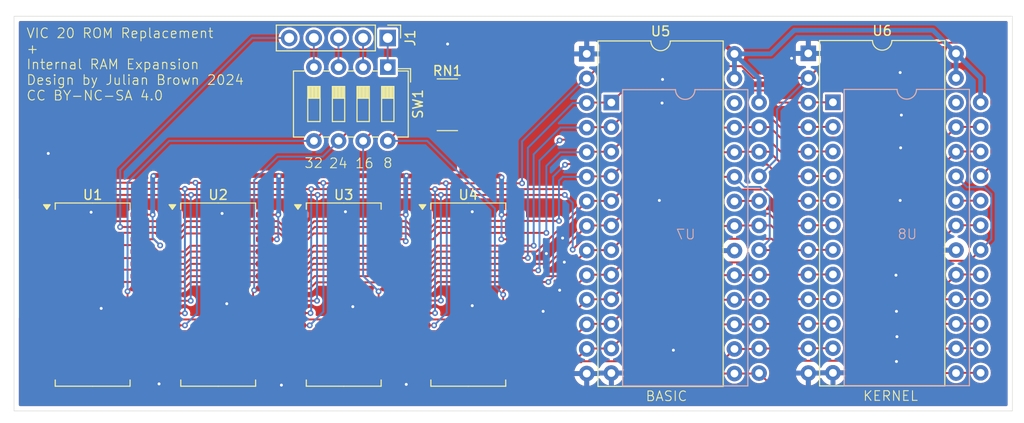
<source format=kicad_pcb>
(kicad_pcb (version 20240108) (generator "pcbnew") (generator_version "8.0")
  (layers (0 "F.Cu" signal) (31 "B.Cu" signal) (34 "B.Paste" user) (35 "F.Paste" user) (36 "B.SilkS" user "B.Silkscreen") (37 "F.SilkS" user "F.Silkscreen") (38 "B.Mask" user) (39 "F.Mask" user) (44 "Edge.Cuts" user))
  (net 0 "")
  (net 1 "/A1")
  (net 2 "/A8")
  (net 3 "/D0")
  (net 4 "/D6")
  (net 5 "/D7")
  (net 6 "/A5")
  (net 7 "GND")
  (net 8 "/A4")
  (net 9 "/A6")
  (net 10 "/A7")
  (net 11 "/D3")
  (net 12 "/A0")
  (net 13 "/A3")
  (net 14 "/A11")
  (net 15 "/A9")
  (net 16 "/A12")
  (net 17 "/D5")
  (net 18 "/D4")
  (net 19 "/D2")
  (net 20 "/A2")
  (net 22 "/D1")
  (net 23 "/A10")
  (net 24 "+5V")
  (net 28 "/BLK6")
  (net 31 "/BLK7")
  (net 32 "/BLK3")
  (net 33 "/BLK5")
  (net 34 "/BLK2")
  (net 35 "/BLK1")
  (net 36 "/P6p18")
  (net 37 "/P6p13")
  (net 38 "/P6p10")
  (net 39 "/P6p11")
  (net 40 "/P6p12")
  (footprint "Package_SO:SOIC-28W_7.5x18.7mm_P1.27mm" (layer "F.Cu") (at 149.6908 122.7074)
    (property "Reference" "U1")
    (property "Value" "CY6264-70SNC")
  )
  (footprint "Package_SO:SOIC-28W_7.5x18.7mm_P1.27mm" (layer "F.Cu") (at 188.4426 122.7074)
    (property "Reference" "U4")
    (property "Value" "CY6264-70SNC")
  )
  (footprint "Connector_PinHeader_2.54mm:PinHeader_1x05_P2.54mm_Vertical" (layer "F.Cu") (at 180.1272 96.2022 -90)
    (property "Reference" "J1")
    (property "Value" "P6")
  )
  (footprint "Button_Switch_THT:SW_DIP_SPSTx04_Slide_6.7x11.72mm_W7.62mm_P2.54mm_LowProfile" (layer "F.Cu") (at 180.1368 99.2124 -90)
    (property "Reference" "SW1")
    (property "Value" "SW_DIP_x04")
  )
  (footprint "Resistor_SMD:R_Array_Convex_4x1206" (layer "F.Cu") (at 186.2836 103.0986)
    (property "Reference" "RN1")
    (property "Value" "4K7")
  )
  (footprint "Package_DIP:DIP-28_W15.24mm" (layer "F.Cu") (at 223.52 97.79)
    (property "Reference" "U6")
    (property "Value" "27C64 - KERNEL")
  )
  (footprint "Package_SO:SOIC-28W_7.5x18.7mm_P1.27mm" (layer "F.Cu") (at 175.5908 122.7074)
    (property "Reference" "U3")
    (property "Value" "CY6264-70SNC")
  )
  (footprint "Package_DIP:DIP-28_W15.24mm" (layer "F.Cu") (at 200.66 97.8408)
    (property "Reference" "U5")
    (property "Value" "27C64 - BASIC")
  )
  (footprint "Package_SO:SOIC-28W_7.5x18.7mm_P1.27mm" (layer "F.Cu") (at 162.6408 122.7074)
    (property "Reference" "U2")
    (property "Value" "CY6264-70SNC")
  )
  (footprint "VIC-20:2364" (layer "B.Cu") (at 233.68 116.8654 180)
    (property "Reference" "U8")
    (property "Value" "KERNEL")
  )
  (footprint "VIC-20:2364" (layer "B.Cu") (at 210.82 116.8908 180)
    (property "Reference" "U7")
    (property "Value" "BASIC")
  )
  (gr_rect (start 141.5796 93.9546) (end 244.5766 134.7216) (stroke (width 0.05)) (fill none) (layer "Edge.Cuts"))
  (gr_text "KERNEL" (at 229.108 133.7564 0) (layer "F.SilkS") (effects (font (size 1 1) (thickness 0.1)) (justify left bottom)))
  (gr_text "16" (at 176.7078 109.728 0) (layer "F.SilkS") (effects (font (size 1 1) (thickness 0.1)) (justify left bottom)))
  (gr_text "BASIC" (at 206.6798 133.7818 0) (layer "F.SilkS") (effects (font (size 1 1) (thickness 0.1)) (justify left bottom)))
  (gr_text "8" (at 179.6034 109.7026 0) (layer "F.SilkS") (effects (font (size 1 1) (thickness 0.1)) (justify left bottom)))
  (gr_text "24" (at 174.0154 109.728 0) (layer "F.SilkS") (effects (font (size 1 1) (thickness 0.1)) (justify left bottom)))
  (gr_text "32" (at 171.4754 109.7026 0) (layer "F.SilkS") (effects (font (size 1 1) (thickness 0.1)) (justify left bottom)))
  (gr_text "VIC 20 ROM Replacement\n+\nInternal RAM Expansion\nDesign by Julian Brown 2024\nCC BY-NC-SA 4.0" (at 142.7988 95.123 0) (layer "F.SilkS") (effects (font (size 1 1) (thickness 0.1)) (justify left top)))
  (segment (start 219.7354 116.9416) (end 204.3684 116.9416) (width 0.2) (layer "F.Cu") (net 1))
  (segment (start 184.583152 121.4024) (end 182.0576 121.4024) (width 0.2) (layer "F.Cu") (net 1))
  (segment (start 172.593 120.8024) (end 171.993 121.4024) (width 0.2) (layer "F.Cu") (net 1))
  (segment (start 200.66 118.1608) (end 198.0184 120.8024) (width 0.2) (layer "F.Cu") (net 1))
  (segment (start 200.7108 118.11) (end 200.66 118.1608) (width 0.2) (layer "F.Cu") (net 1))
  (segment (start 203.2 118.11) (end 200.7108 118.11) (width 0.2) (layer "F.Cu") (net 1))
  (segment (start 159.059658 121.4024) (end 156.2512 121.4024) (width 0.2) (layer "F.Cu") (net 1))
  (segment (start 220.9038 118.11) (end 219.7354 116.9416) (width 0.2) (layer "F.Cu") (net 1))
  (segment (start 171.993 121.4024) (end 169.1036 121.4024) (width 0.2) (layer "F.Cu") (net 1))
  (segment (start 198.0184 120.8024) (end 193.2426 120.8024) (width 0.2) (layer "F.Cu") (net 1))
  (segment (start 185.183152 120.8024) (end 184.583152 121.4024) (width 0.2) (layer "F.Cu") (net 1))
  (segment (start 167.4408 120.8024) (end 159.659658 120.8024) (width 0.2) (layer "F.Cu") (net 1))
  (segment (start 180.3908 120.8024) (end 172.593 120.8024) (width 0.2) (layer "F.Cu") (net 1))
  (segment (start 169.1036 121.4024) (end 168.5036 120.8024) (width 0.2) (layer "F.Cu") (net 1))
  (segment (start 168.5036 120.8024) (end 167.4408 120.8024) (width 0.2) (layer "F.Cu") (net 1))
  (segment (start 226.06 118.0846) (end 223.5454 118.0846) (width 0.2) (layer "F.Cu") (net 1))
  (segment (start 223.5454 118.0846) (end 223.52 118.11) (width 0.2) (layer "F.Cu") (net 1))
  (segment (start 159.659658 120.8024) (end 159.059658 121.4024) (width 0.2) (layer "F.Cu") (net 1))
  (segment (start 204.3684 116.9416) (end 203.2 118.11) (width 0.2) (layer "F.Cu") (net 1))
  (segment (start 156.2512 121.4024) (end 155.6512 120.8024) (width 0.2) (layer "F.Cu") (net 1))
  (segment (start 223.52 118.11) (end 220.9038 118.11) (width 0.2) (layer "F.Cu") (net 1))
  (segment (start 155.6512 120.8024) (end 154.4908 120.8024) (width 0.2) (layer "F.Cu") (net 1))
  (segment (start 182.0576 121.4024) (end 181.4576 120.8024) (width 0.2) (layer "F.Cu") (net 1))
  (segment (start 193.2426 120.8024) (end 185.183152 120.8024) (width 0.2) (layer "F.Cu") (net 1))
  (segment (start 181.4576 120.8024) (end 180.3908 120.8024) (width 0.2) (layer "F.Cu") (net 1))
  (segment (start 197.9422 106.7054) (end 203.460235 106.7054) (width 0.2) (layer "F.Cu") (net 2))
  (segment (start 238.7854 105.3846) (end 238.76 105.41) (width 0.2) (layer "F.Cu") (net 2))
  (segment (start 220.6576 106.51) (end 219.5576 105.41) (width 0.2) (layer "F.Cu") (net 2))
  (segment (start 238.76 105.41) (end 237.6854 106.4846) (width 0.2) (layer "F.Cu") (net 2))
  (segment (start 172.413172 120.1324) (end 171.743172 120.8024) (width 0.2) (layer "F.Cu") (net 2))
  (segment (start 197.866 106.7816) (end 197.9422 106.7054) (width 0.2) (layer "F.Cu") (net 2))
  (segment (start 225.1026 106.51) (end 220.6576 106.51) (width 0.2) (layer "F.Cu") (net 2))
  (segment (start 185.217466 120.2024) (end 195.6562 120.2024) (width 0.2) (layer "F.Cu") (net 2))
  (segment (start 215.9508 105.41) (end 215.9 105.4608) (width 0.2) (layer "F.Cu") (net 2))
  (segment (start 145.9484 120.8024) (end 144.8908 120.8024) (width 0.2) (layer "F.Cu") (net 2))
  (segment (start 156.5086 120.8024) (end 155.8386 120.1324) (width 0.2) (layer "F.Cu") (net 2))
  (segment (start 159.703572 120.1928) (end 159.093972 120.8024) (width 0.2) (layer "F.Cu") (net 2))
  (segment (start 237.6854 106.4846) (end 225.128 106.4846) (width 0.2) (layer "F.Cu") (net 2))
  (segment (start 169.258714 120.8024) (end 168.649114 120.1928) (width 0.2) (layer "F.Cu") (net 2))
  (segment (start 241.3 105.3846) (end 238.7854 105.3846) (width 0.2) (layer "F.Cu") (net 2))
  (segment (start 181.353286 120.1324) (end 172.413172 120.1324) (width 0.2) (layer "F.Cu") (net 2))
  (segment (start 146.6184 120.1324) (end 145.9484 120.8024) (width 0.2) (layer "F.Cu") (net 2))
  (segment (start 218.44 105.41) (end 215.9508 105.41) (width 0.2) (layer "F.Cu") (net 2))
  (segment (start 203.460235 106.7054) (end 204.704835 105.4608) (width 0.2) (layer "F.Cu") (net 2))
  (segment (start 171.743172 120.8024) (end 170.7908 120.8024) (width 0.2) (layer "F.Cu") (net 2))
  (segment (start 159.093972 120.8024) (end 157.8408 120.8024) (width 0.2) (layer "F.Cu") (net 2))
  (segment (start 204.704835 105.4608) (end 215.9 105.4608) (width 0.2) (layer "F.Cu") (net 2))
  (segment (start 184.617466 120.8024) (end 185.217466 120.2024) (width 0.2) (layer "F.Cu") (net 2))
  (segment (start 170.7908 120.8024) (end 169.258714 120.8024) (width 0.2) (layer "F.Cu") (net 2))
  (segment (start 168.649114 120.1928) (end 159.703572 120.1928) (width 0.2) (layer "F.Cu") (net 2))
  (segment (start 155.8386 120.1324) (end 146.6184 120.1324) (width 0.2) (layer "F.Cu") (net 2))
  (segment (start 219.5576 105.41) (end 218.44 105.41) (width 0.2) (layer "F.Cu") (net 2))
  (segment (start 182.023286 120.8024) (end 181.353286 120.1324) (width 0.2) (layer "F.Cu") (net 2))
  (segment (start 225.128 106.4846) (end 225.1026 106.51) (width 0.2) (layer "F.Cu") (net 2))
  (segment (start 183.6426 120.8024) (end 184.617466 120.8024) (width 0.2) (layer "F.Cu") (net 2))
  (segment (start 157.8408 120.8024) (end 156.5086 120.8024) (width 0.2) (layer "F.Cu") (net 2))
  (segment (start 183.6426 120.8024) (end 182.023286 120.8024) (width 0.2) (layer "F.Cu") (net 2))
  (via (at 195.6562 120.2024) (size 0.6) (drill 0.3) (layers "F.Cu" "B.Cu") (net 2))
  (via (at 197.866 106.7816) (size 0.6) (drill 0.3) (layers "F.Cu" "B.Cu") (net 2))
  (segment (start 195.7894 120.0692) (end 195.6562 120.2024) (width 0.2) (layer "B.Cu") (net 2))
  (segment (start 197.866 106.7816) (end 195.7894 108.8582) (width 0.2) (layer "B.Cu") (net 2))
  (segment (start 195.7894 108.8582) (end 195.7894 120.0692) (width 0.2) (layer "B.Cu") (net 2))
  (segment (start 185.726215 126.4824) (end 185.056215 127.1524) (width 0.2) (layer "F.Cu") (net 3))
  (segment (start 168.907286 126.4824) (end 160.021415 126.4824) (width 0.2) (layer "F.Cu") (net 3))
  (segment (start 182.201086 127.1524) (end 181.601086 126.5524) (width 0.2) (layer "F.Cu") (net 3))
  (segment (start 204.3176 122.0724) (end 203.2 123.19) (width 0.2) (layer "F.Cu") (net 3))
  (segment (start 181.601086 126.5524) (end 172.8374 126.5524) (width 0.2) (layer "F.Cu") (net 3))
  (segment (start 172.2374 127.1524) (end 170.7908 127.1524) (width 0.2) (layer "F.Cu") (net 3))
  (segment (start 159.351415 127.1524) (end 157.8408 127.1524) (width 0.2) (layer "F.Cu") (net 3))
  (segment (start 223.5454 123.1646) (end 223.52 123.19) (width 0.2) (layer "F.Cu") (net 3))
  (segment (start 160.021415 126.4824) (end 159.351415 127.1524) (width 0.2) (layer "F.Cu") (net 3))
  (segment (start 146.6596 126.5428) (end 146.05 127.1524) (width 0.2) (layer "F.Cu") (net 3))
  (segment (start 185.056215 127.1524) (end 183.6426 127.1524) (width 0.2) (layer "F.Cu") (net 3))
  (segment (start 183.6426 127.1524) (end 182.201086 127.1524) (width 0.2) (layer "F.Cu") (net 3))
  (segment (start 221.0054 123.19) (end 219.8878 122.0724) (width 0.2) (layer "F.Cu") (net 3))
  (segment (start 203.2 123.19) (end 200.7108 123.19) (width 0.2) (layer "F.Cu") (net 3))
  (segment (start 223.52 123.19) (end 221.0054 123.19) (width 0.2) (layer "F.Cu") (net 3))
  (segment (start 146.05 127.1524) (end 144.8908 127.1524) (width 0.2) (layer "F.Cu") (net 3))
  (segment (start 157.8408 127.1524) (end 156.572486 127.1524) (width 0.2) (layer "F.Cu") (net 3))
  (segment (start 155.962886 126.5428) (end 146.6596 126.5428) (width 0.2) (layer "F.Cu") (net 3))
  (segment (start 200.7108 123.19) (end 200.66 123.2408) (width 0.2) (layer "F.Cu") (net 3))
  (segment (start 169.577286 127.1524) (end 168.907286 126.4824) (width 0.2) (layer "F.Cu") (net 3))
  (segment (start 197.4184 126.4824) (end 185.726215 126.4824) (width 0.2) (layer "F.Cu") (net 3))
  (segment (start 219.8878 122.0724) (end 204.3176 122.0724) (width 0.2) (layer "F.Cu") (net 3))
  (segment (start 170.7908 127.1524) (end 169.577286 127.1524) (width 0.2) (layer "F.Cu") (net 3))
  (segment (start 172.8374 126.5524) (end 172.2374 127.1524) (width 0.2) (layer "F.Cu") (net 3))
  (segment (start 156.572486 127.1524) (end 155.962886 126.5428) (width 0.2) (layer "F.Cu") (net 3))
  (segment (start 200.66 123.2408) (end 197.4184 126.4824) (width 0.2) (layer "F.Cu") (net 3))
  (segment (start 226.06 123.1646) (end 223.5454 123.1646) (width 0.2) (layer "F.Cu") (net 3))
  (segment (start 168.8592 127.1524) (end 167.4408 127.1524) (width 0.2) (layer "F.Cu") (net 4))
  (segment (start 193.2426 127.1524) (end 185.6994 127.1524) (width 0.2) (layer "F.Cu") (net 4))
  (segment (start 218.3892 123.2408) (end 218.44 123.19) (width 0.2) (layer "F.Cu") (net 4))
  (segment (start 204.704835 123.2408) (end 203.409435 124.5362) (width 0.2) (layer "F.Cu") (net 4))
  (segment (start 182.2354 127.7524) (end 181.6354 127.1524) (width 0.2) (layer "F.Cu") (net 4))
  (segment (start 215.9 123.2408) (end 204.704835 123.2408) (width 0.2) (layer "F.Cu") (net 4))
  (segment (start 180.3908 127.1524) (end 172.803086 127.1524) (width 0.2) (layer "F.Cu") (net 4))
  (segment (start 241.3 123.1646) (end 238.7854 123.1646) (width 0.2) (layer "F.Cu") (net 4))
  (segment (start 219.6338 123.19) (end 218.44 123.19) (width 0.2) (layer "F.Cu") (net 4))
  (segment (start 159.917101 127.1524) (end 159.317101 127.7524) (width 0.2) (layer "F.Cu") (net 4))
  (segment (start 228.2444 123.19) (end 226.9744 124.46) (width 0.2) (layer "F.Cu") (net 4))
  (segment (start 159.317101 127.7524) (end 156.5052 127.7524) (width 0.2) (layer "F.Cu") (net 4))
  (segment (start 185.0994 127.7524) (end 182.2354 127.7524) (width 0.2) (layer "F.Cu") (net 4))
  (segment (start 197.6628 127.1524) (end 193.2426 127.1524) (width 0.2) (layer "F.Cu") (net 4))
  (segment (start 172.203086 127.7524) (end 169.4592 127.7524) (width 0.2) (layer "F.Cu") (net 4))
  (segment (start 169.4592 127.7524) (end 168.8592 127.1524) (width 0.2) (layer "F.Cu") (net 4))
  (segment (start 200.279 124.5362) (end 197.6628 127.1524) (width 0.2) (layer "F.Cu") (net 4))
  (segment (start 238.7854 123.1646) (end 238.76 123.19) (width 0.2) (layer "F.Cu") (net 4))
  (segment (start 215.9 123.2408) (end 218.3892 123.2408) (width 0.2) (layer "F.Cu") (net 4))
  (segment (start 156.5052 127.7524) (end 155.9052 127.1524) (width 0.2) (layer "F.Cu") (net 4))
  (segment (start 167.4408 127.1524) (end 159.917101 127.1524) (width 0.2) (layer "F.Cu") (net 4))
  (segment (start 185.6994 127.1524) (end 185.0994 127.7524) (width 0.2) (layer "F.Cu") (net 4))
  (segment (start 238.76 123.19) (end 228.2444 123.19) (width 0.2) (layer "F.Cu") (net 4))
  (segment (start 226.9744 124.46) (end 220.9038 124.46) (width 0.2) (layer "F.Cu") (net 4))
  (segment (start 155.9052 127.1524) (end 154.4908 127.1524) (width 0.2) (layer "F.Cu") (net 4))
  (segment (start 220.9038 124.46) (end 219.6338 123.19) (width 0.2) (layer "F.Cu") (net 4))
  (segment (start 203.409435 124.5362) (end 200.279 124.5362) (width 0.2) (layer "F.Cu") (net 4))
  (segment (start 181.6354 127.1524) (end 180.3908 127.1524) (width 0.2) (layer "F.Cu") (net 4))
  (segment (start 172.803086 127.1524) (end 172.203086 127.7524) (width 0.2) (layer "F.Cu") (net 4))
  (segment (start 237.49 121.92) (end 221.0816 121.92) (width 0.2) (layer "F.Cu") (net 5))
  (segment (start 218.3892 120.7008) (end 218.44 120.65) (width 0.2) (layer "F.Cu") (net 5))
  (segment (start 180.3908 125.8824) (end 172.933529 125.8824) (width 0.2) (layer "F.Cu") (net 5))
  (segment (start 219.8116 120.65) (end 218.44 120.65) (width 0.2) (layer "F.Cu") (net 5))
  (segment (start 204.704835 120.7008) (end 203.511035 121.8946) (width 0.2) (layer "F.Cu") (net 5))
  (segment (start 182.4386 126.4824) (end 181.8386 125.8824) (width 0.2) (layer "F.Cu") (net 5))
  (segment (start 155.9814 125.8824) (end 154.4908 125.8824) (width 0.2) (layer "F.Cu") (net 5))
  (segment (start 167.4408 125.8824) (end 160.055729 125.8824) (width 0.2) (layer "F.Cu") (net 5))
  (segment (start 215.9 120.7008) (end 204.704835 120.7008) (width 0.2) (layer "F.Cu") (net 5))
  (segment (start 159.455729 126.4824) (end 156.5814 126.4824) (width 0.2) (layer "F.Cu") (net 5))
  (segment (start 200.1266 121.8946) (end 196.1388 125.8824) (width 0.2) (layer "F.Cu") (net 5))
  (segment (start 193.2426 125.8824) (end 185.7248 125.8824) (width 0.2) (layer "F.Cu") (net 5))
  (segment (start 215.9 120.7008) (end 218.3892 120.7008) (width 0.2) (layer "F.Cu") (net 5))
  (segment (start 168.9862 125.8824) (end 167.4408 125.8824) (width 0.2) (layer "F.Cu") (net 5))
  (segment (start 172.933529 125.8824) (end 172.333529 126.4824) (width 0.2) (layer "F.Cu") (net 5))
  (segment (start 181.8386 125.8824) (end 180.3908 125.8824) (width 0.2) (layer "F.Cu") (net 5))
  (segment (start 196.1388 125.8824) (end 193.2426 125.8824) (width 0.2) (layer "F.Cu") (net 5))
  (segment (start 185.5248 126.0824) (end 185.5248 126.118129) (width 0.2) (layer "F.Cu") (net 5))
  (segment (start 203.511035 121.8946) (end 200.1266 121.8946) (width 0.2) (layer "F.Cu") (net 5))
  (segment (start 169.5862 126.4824) (end 168.9862 125.8824) (width 0.2) (layer "F.Cu") (net 5))
  (segment (start 221.0816 121.92) (end 219.8116 120.65) (width 0.2) (layer "F.Cu") (net 5))
  (segment (start 160.055729 125.8824) (end 159.455729 126.4824) (width 0.2) (layer "F.Cu") (net 5))
  (segment (start 172.333529 126.4824) (end 169.5862 126.4824) (width 0.2) (layer "F.Cu") (net 5))
  (segment (start 238.7854 120.6246) (end 238.76 120.65) (width 0.2) (layer "F.Cu") (net 5))
  (segment (start 185.7248 125.8824) (end 185.5248 126.0824) (width 0.2) (layer "F.Cu") (net 5))
  (segment (start 241.3 120.6246) (end 238.7854 120.6246) (width 0.2) (layer "F.Cu") (net 5))
  (segment (start 156.5814 126.4824) (end 155.9814 125.8824) (width 0.2) (layer "F.Cu") (net 5))
  (segment (start 238.76 120.65) (end 237.49 121.92) (width 0.2) (layer "F.Cu") (net 5))
  (segment (start 185.5248 126.118129) (end 185.160529 126.4824) (width 0.2) (layer "F.Cu") (net 5))
  (segment (start 185.160529 126.4824) (end 182.4386 126.4824) (width 0.2) (layer "F.Cu") (net 5))
  (segment (start 146.0246 116.9924) (end 144.8908 116.9924) (width 0.2) (layer "F.Cu") (net 6))
  (segment (start 170.7908 116.9924) (end 169.582028 116.9924) (width 0.2) (layer "F.Cu") (net 6))
  (segment (start 183.6426 116.9924) (end 184.785 116.9924) (width 0.2) (layer "F.Cu") (net 6))
  (segment (start 204.3684 106.7816) (end 203.2 107.95) (width 0.2) (layer "F.Cu") (net 6))
  (segment (start 223.5454 107.9246) (end 223.52 107.95) (width 0.2) (layer "F.Cu") (net 6))
  (segment (start 156.8196 116.9924) (end 156.1496 116.3224) (width 0.2) (layer "F.Cu") (net 6))
  (segment (start 226.06 107.9246) (end 223.5454 107.9246) (width 0.2) (layer "F.Cu") (net 6))
  (segment (start 200.7108 107.95) (end 200.66 108.0008) (width 0.2) (layer "F.Cu") (net 6))
  (segment (start 168.982028 116.3924) (end 159.340799 116.3924) (width 0.2) (layer "F.Cu") (net 6))
  (segment (start 158.740799 116.9924) (end 157.8408 116.9924) (width 0.2) (layer "F.Cu") (net 6))
  (segment (start 156.1496 116.3224) (end 146.6946 116.3224) (width 0.2) (layer "F.Cu") (net 6))
  (segment (start 159.340799 116.3924) (end 158.740799 116.9924) (width 0.2) (layer "F.Cu") (net 6))
  (segment (start 182.753 116.9924) (end 182.153 116.3924) (width 0.2) (layer "F.Cu") (net 6))
  (segment (start 172.488686 116.3924) (end 171.888686 116.9924) (width 0.2) (layer "F.Cu") (net 6))
  (segment (start 185.4454 116.332) (end 196.4944 116.332) (width 0.2) (layer "F.Cu") (net 6))
  (segment (start 171.888686 116.9924) (end 170.7908 116.9924) (width 0.2) (layer "F.Cu") (net 6))
  (segment (start 182.153 116.3924) (end 172.488686 116.3924) (width 0.2) (layer "F.Cu") (net 6))
  (segment (start 169.582028 116.9924) (end 168.982028 116.3924) (width 0.2) (layer "F.Cu") (net 6))
  (segment (start 146.6946 116.3224) (end 146.0246 116.9924) (width 0.2) (layer "F.Cu") (net 6))
  (segment (start 157.8408 116.9924) (end 156.8196 116.9924) (width 0.2) (layer "F.Cu") (net 6))
  (segment (start 223.52 107.95) (end 220.6752 107.95) (width 0.2) (layer "F.Cu") (net 6))
  (segment (start 219.5068 106.7816) (end 204.3684 106.7816) (width 0.2) (layer "F.Cu") (net 6))
  (segment (start 183.6426 116.9924) (end 182.753 116.9924) (width 0.2) (layer "F.Cu") (net 6))
  (segment (start 220.6752 107.95) (end 219.5068 106.7816) (width 0.2) (layer "F.Cu") (net 6))
  (segment (start 203.2 107.95) (end 200.7108 107.95) (width 0.2) (layer "F.Cu") (net 6))
  (segment (start 184.785 116.9924) (end 185.4454 116.332) (width 0.2) (layer "F.Cu") (net 6))
  (via (at 196.4944 116.332) (size 0.6) (drill 0.3) (layers "F.Cu" "B.Cu") (net 6))
  (segment (start 200.66 108.0008) (end 197.9168 108.0008) (width 0.2) (layer "B.Cu") (net 6))
  (segment (start 197.9168 108.0008) (end 196.4944 109.4232) (width 0.2) (layer "B.Cu") (net 6))
  (segment (start 196.4944 109.4232) (end 196.4944 116.332) (width 0.2) (layer "B.Cu") (net 6))
  (segment (start 238.76 118.11) (end 237.1598 118.11) (width 0.2) (layer "F.Cu") (net 7))
  (segment (start 215.9 118.1608) (end 214.2998 118.1608) (width 0.2) (layer "F.Cu") (net 7))
  (via (at 188.849 123.8504) (size 0.6) (drill 0.3) (layers "F.Cu" "B.Cu") (net 7))
  (via (at 232.6132 129.6162) (size 0.6) (drill 0.3) (layers "F.Cu" "B.Cu") (net 7))
  (via (at 182.0418 131.9784) (size 0.6) (drill 0.3) (layers "F.Cu" "B.Cu") (net 7))
  (via (at 209.6008 128.4478) (size 0.6) (drill 0.3) (layers "F.Cu" "B.Cu") (net 7))
  (via (at 233.1212 104.1654) (size 0.6) (drill 0.3) (layers "F.Cu" "B.Cu") (net 7))
  (via (at 196.1642 124.4346) (size 0.6) (drill 0.3) (layers "F.Cu" "B.Cu") (net 7))
  (via (at 169.164 132.0546) (size 0.6) (drill 0.3) (layers "F.Cu" "B.Cu") (net 7))
  (via (at 232.9942 99.7712) (size 0.6) (drill 0.3) (layers "F.Cu" "B.Cu") (net 7))
  (via (at 232.5624 120.7008) (size 0.6) (drill 0.3) (layers "F.Cu" "B.Cu") (net 7))
  (via (at 145.1102 108.1278) (size 0.6) (drill 0.3) (layers "F.Cu" "B.Cu") (net 7))
  (via (at 163.5252 123.6472) (size 0.6) (drill 0.3) (layers "F.Cu" "B.Cu") (net 7))
  (via (at 233.045 107.5436) (size 0.6) (drill 0.3) (layers "F.Cu" "B.Cu") (net 7))
  (via (at 163.0426 114.3254) (size 0.6) (drill 0.3) (layers "F.Cu" "B.Cu") (net 7))
  (via (at 232.9942 112.9792) (size 0.6) (drill 0.3) (layers "F.Cu" "B.Cu") (net 7))
  (via (at 150.5712 124.1298) (size 0.6) (drill 0.3) (layers "F.Cu" "B.Cu") (net 7))
  (via (at 232.664 127.0508) (size 0.6) (drill 0.3) (layers "F.Cu" "B.Cu") (net 7))
  (via (at 208.4324 102.9208) (size 0.6) (drill 0.3) (layers "F.Cu" "B.Cu") (net 7))
  (via (at 198.3486 119.3546) (size 0.6) (drill 0.3) (layers "F.Cu" "B.Cu") (net 7))
  (via (at 221.7928 98.298) (size 0.6) (drill 0.3) (layers "F.Cu" "B.Cu") (net 7))
  (via (at 176.53 123.952) (size 0.6) (drill 0.3) (layers "F.Cu" "B.Cu") (net 7))
  (via (at 197.866 122.2502) (size 0.6) (drill 0.3) (layers "F.Cu" "B.Cu") (net 7))
  (via (at 232.6132 124.4346) (size 0.6) (drill 0.3) (layers "F.Cu" "B.Cu") (net 7))
  (via (at 186.309 96.8248) (size 0.6) (drill 0.3) (layers "F.Cu" "B.Cu") (net 7))
  (via (at 198.1708 116.8654) (size 0.6) (drill 0.3) (layers "F.Cu" "B.Cu") (net 7))
  (via (at 175.768 114.1476) (size 0.6) (drill 0.3) (layers "F.Cu" "B.Cu") (net 7))
  (via (at 156.5402 131.9276) (size 0.6) (drill 0.3) (layers "F.Cu" "B.Cu") (net 7))
  (via (at 149.5298 114.1984) (size 0.6) (drill 0.3) (layers "F.Cu" "B.Cu") (net 7))
  (via (at 208.4832 100.4824) (size 0.6) (drill 0.3) (layers "F.Cu" "B.Cu") (net 7))
  (via (at 188.849 114.1476) (size 0.6) (drill 0.3) (layers "F.Cu" "B.Cu") (net 7))
  (via (at 196.4944 118.4656) (size 0.6) (drill 0.3) (layers "F.Cu" "B.Cu") (net 7))
  (via (at 208.153 112.9792) (size 0.6) (drill 0.3) (layers "F.Cu" "B.Cu") (net 7))
  (segment (start 169.4688 115.7478) (end 170.7654 115.7478) (width 0.2) (layer "F.Cu") (net 8))
  (segment (start 156.826486 115.7224) (end 157.8408 115.7224) (width 0.2) (layer "F.Cu") (net 8))
  (segment (start 170.7908 115.7224) (end 171.958 115.7224) (width 0.2) (layer "F.Cu") (net 8))
  (segment (start 157.8408 115.7224) (end 158.8008 115.7224) (width 0.2) (layer "F.Cu") (net 8))
  (segment (start 200.7108 110.49) (end 200.66 110.5408) (width 0.2) (layer "F.Cu") (net 8))
  (segment (start 226.06 110.4646) (end 223.5454 110.4646) (width 0.2) (layer "F.Cu") (net 8))
  (segment (start 171.958 115.7224) (end 172.558 115.1224) (width 0.2) (layer "F.Cu") (net 8))
  (segment (start 184.625714 115.7224) (end 185.251841 115.096273) (width 0.2) (layer "F.Cu") (net 8))
  (segment (start 146.5992 115.1224) (end 156.226486 115.1224) (width 0.2) (layer "F.Cu") (net 8))
  (segment (start 219.3036 109.2708) (end 204.4192 109.2708) (width 0.2) (layer "F.Cu") (net 8))
  (segment (start 156.226486 115.1224) (end 156.826486 115.7224) (width 0.2) (layer "F.Cu") (net 8))
  (segment (start 182.658286 115.7224) (end 183.6426 115.7224) (width 0.2) (layer "F.Cu") (net 8))
  (segment (start 203.2 110.49) (end 200.7108 110.49) (width 0.2) (layer "F.Cu") (net 8))
  (segment (start 183.6426 115.7224) (end 184.625714 115.7224) (width 0.2) (layer "F.Cu") (net 8))
  (segment (start 145.9992 115.7224) (end 146.5992 115.1224) (width 0.2) (layer "F.Cu") (net 8))
  (segment (start 182.058286 115.1224) (end 182.658286 115.7224) (width 0.2) (layer "F.Cu") (net 8))
  (segment (start 223.52 110.49) (end 220.5228 110.49) (width 0.2) (layer "F.Cu") (net 8))
  (segment (start 204.4192 109.2708) (end 203.2 110.49) (width 0.2) (layer "F.Cu") (net 8))
  (segment (start 220.5228 110.49) (end 219.3036 109.2708) (width 0.2) (layer "F.Cu") (net 8))
  (segment (start 158.8008 115.7224) (end 159.4008 115.1224) (width 0.2) (layer "F.Cu") (net 8))
  (segment (start 172.558 115.1224) (end 182.058286 115.1224) (width 0.2) (layer "F.Cu") (net 8))
  (segment (start 144.8908 115.7224) (end 145.9992 115.7224) (width 0.2) (layer "F.Cu") (net 8))
  (segment (start 170.7654 115.7478) (end 170.7908 115.7224) (width 0.2) (layer "F.Cu") (net 8))
  (segment (start 168.8434 115.1224) (end 169.4688 115.7478) (width 0.2) (layer "F.Cu") (net 8))
  (segment (start 185.251841 115.096273) (end 197.796 115.096273) (width 0.2) (layer "F.Cu") (net 8))
  (segment (start 159.4008 115.1224) (end 168.8434 115.1224) (width 0.2) (layer "F.Cu") (net 8))
  (segment (start 223.5454 110.4646) (end 223.52 110.49) (width 0.2) (layer "F.Cu") (net 8))
  (via (at 197.796 115.096273) (size 0.6) (drill 0.3) (layers "F.Cu" "B.Cu") (net 8))
  (segment (start 197.796 110.941) (end 198.1962 110.5408) (width 0.2) (layer "B.Cu") (net 8))
  (segment (start 197.796 115.096273) (end 197.796 110.941) (width 0.2) (layer "B.Cu") (net 8))
  (segment (start 198.1962 110.5408) (end 200.66 110.5408) (width 0.2) (layer "B.Cu") (net 8))
  (segment (start 223.5454 105.3846) (end 223.52 105.41) (width 0.2) (layer "F.Cu") (net 9))
  (segment (start 155.770523 117.5924) (end 146.5422 117.5924) (width 0.2) (layer "F.Cu") (net 9))
  (segment (start 159.7564 117.6624) (end 159.1564 118.2624) (width 0.2) (layer "F.Cu") (net 9))
  (segment (start 182.1942 118.2624) (end 181.5942 117.6624) (width 0.2) (layer "F.Cu") (net 9))
  (segment (start 146.5422 117.5924) (end 145.8722 118.2624) (width 0.2) (layer "F.Cu") (net 9))
  (segment (start 168.7164 117.6624) (end 159.7564 117.6624) (width 0.2) (layer "F.Cu") (net 9))
  (segment (start 200.7108 105.41) (end 200.66 105.4608) (width 0.2) (layer "F.Cu") (net 9))
  (segment (start 169.3164 118.2624) (end 168.7164 117.6624) (width 0.2) (layer "F.Cu") (net 9))
  (segment (start 184.651114 118.2624) (end 185.260714 117.6528) (width 0.2) (layer "F.Cu") (net 9))
  (segment (start 226.06 105.3846) (end 223.5454 105.3846) (width 0.2) (layer "F.Cu") (net 9))
  (segment (start 203.2 105.41) (end 200.7108 105.41) (width 0.2) (layer "F.Cu") (net 9))
  (segment (start 183.6426 118.2624) (end 184.651114 118.2624) (width 0.2) (layer "F.Cu") (net 9))
  (segment (start 171.8818 118.2624) (end 170.7908 118.2624) (width 0.2) (layer "F.Cu") (net 9))
  (segment (start 157.8408 118.2624) (end 156.440523 118.2624) (width 0.2) (layer "F.Cu") (net 9))
  (segment (start 181.5942 117.6624) (end 172.4818 117.6624) (width 0.2) (layer "F.Cu") (net 9))
  (segment (start 219.4052 104.1908) (end 204.4192 104.1908) (width 0.2) (layer "F.Cu") (net 9))
  (segment (start 204.4192 104.1908) (end 203.2 105.41) (width 0.2) (layer "F.Cu") (net 9))
  (segment (start 183.6426 118.2624) (end 182.1942 118.2624) (width 0.2) (layer "F.Cu") (net 9))
  (segment (start 170.7908 118.2624) (end 169.3164 118.2624) (width 0.2) (layer "F.Cu") (net 9))
  (segment (start 220.6244 105.41) (end 219.4052 104.1908) (width 0.2) (layer "F.Cu") (net 9))
  (segment (start 159.1564 118.2624) (end 157.8408 118.2624) (width 0.2) (layer "F.Cu") (net 9))
  (segment (start 172.4818 117.6624) (end 171.8818 118.2624) (width 0.2) (layer "F.Cu") (net 9))
  (segment (start 223.52 105.41) (end 220.6244 105.41) (width 0.2) (layer "F.Cu") (net 9))
  (segment (start 156.440523 118.2624) (end 155.770523 117.5924) (width 0.2) (layer "F.Cu") (net 9))
  (segment (start 145.8722 118.2624) (end 144.8908 118.2624) (width 0.2) (layer "F.Cu") (net 9))
  (segment (start 185.260714 117.6528) (end 194.9196 117.6528) (width 0.2) (layer "F.Cu") (net 9))
  (segment (start 194.9196 117.6528) (end 195.1894 117.6528) (width 0.2) (layer "F.Cu") (net 9))
  (via (at 195.1894 117.6528) (size 0.6) (drill 0.3) (layers "F.Cu" "B.Cu") (net 9))
  (segment (start 195.1894 117.6528) (end 195.1894 108.2136) (width 0.2) (layer "B.Cu") (net 9))
  (segment (start 195.1894 108.2136) (end 197.9422 105.4608) (width 0.2) (layer "B.Cu") (net 9))
  (segment (start 197.9422 105.4608) (end 200.66 105.4608) (width 0.2) (layer "B.Cu") (net 9))
  (segment (start 155.972486 118.9324) (end 146.4976 118.9324) (width 0.2) (layer "F.Cu") (net 10))
  (segment (start 184.617466 119.5324) (end 183.6426 119.5324) (width 0.2) (layer "F.Cu") (net 10))
  (segment (start 226.06 102.8446) (end 223.5454 102.8446) (width 0.2) (layer "F.Cu") (net 10))
  (segment (start 219.2528 101.6254) (end 204.4446 101.6254) (width 0.2) (layer "F.Cu") (net 10))
  (segment (start 168.485086 118.8974) (end 159.8676 118.8974) (width 0.2) (layer "F.Cu") (net 10))
  (segment (start 181.5592 118.9228) (end 172.4914 118.9228) (width 0.2) (layer "F.Cu") (net 10))
  (segment (start 169.120086 119.5324) (end 168.485086 118.8974) (width 0.2) (layer "F.Cu") (net 10))
  (segment (start 223.5454 102.8446) (end 223.52 102.87) (width 0.2) (layer "F.Cu") (net 10))
  (segment (start 223.52 102.87) (end 220.4974 102.87) (width 0.2) (layer "F.Cu") (net 10))
  (segment (start 182.1688 119.5324) (end 181.5592 118.9228) (width 0.2) (layer "F.Cu") (net 10))
  (segment (start 159.2326 119.5324) (end 157.8408 119.5324) (width 0.2) (layer "F.Cu") (net 10))
  (segment (start 194.5894 118.9228) (end 185.227066 118.9228) (width 0.2) (layer "F.Cu") (net 10))
  (segment (start 170.7908 119.5324) (end 169.120086 119.5324) (width 0.2) (layer "F.Cu") (net 10))
  (segment (start 145.8976 119.5324) (end 144.8908 119.5324) (width 0.2) (layer "F.Cu") (net 10))
  (segment (start 204.4446 101.6254) (end 203.2 102.87) (width 0.2) (layer "F.Cu") (net 10))
  (segment (start 156.572486 119.5324) (end 155.972486 118.9324) (width 0.2) (layer "F.Cu") (net 10))
  (segment (start 200.7108 102.87) (end 200.66 102.9208) (width 0.2) (layer "F.Cu") (net 10))
  (segment (start 203.2 102.87) (end 200.7108 102.87) (width 0.2) (layer "F.Cu") (net 10))
  (segment (start 171.8818 119.5324) (end 170.7908 119.5324) (width 0.2) (layer "F.Cu") (net 10))
  (segment (start 159.8676 118.8974) (end 159.2326 119.5324) (width 0.2) (layer "F.Cu") (net 10))
  (segment (start 172.4914 118.9228) (end 171.8818 119.5324) (width 0.2) (layer "F.Cu") (net 10))
  (segment (start 146.4976 118.9324) (end 145.8976 119.5324) (width 0.2) (layer "F.Cu") (net 10))
  (segment (start 185.227066 118.9228) (end 184.617466 119.5324) (width 0.2) (layer "F.Cu") (net 10))
  (segment (start 183.6426 119.5324) (end 182.1688 119.5324) (width 0.2) (layer "F.Cu") (net 10))
  (segment (start 220.4974 102.87) (end 219.2528 101.6254) (width 0.2) (layer "F.Cu") (net 10))
  (segment (start 157.8408 119.5324) (end 156.572486 119.5324) (width 0.2) (layer "F.Cu") (net 10))
  (via (at 194.5894 118.9228) (size 0.6) (drill 0.3) (layers "F.Cu" "B.Cu") (net 10))
  (segment (start 194.5894 118.9228) (end 194.5894 107.5436) (width 0.2) (layer "B.Cu") (net 10))
  (segment (start 199.2122 102.9208) (end 200.66 102.9208) (width 0.2) (layer "B.Cu") (net 10))
  (segment (start 194.5894 107.5436) (end 199.2122 102.9208) (width 0.2) (layer "B.Cu") (net 10))
  (segment (start 197.7644 130.9624) (end 193.2426 130.9624) (width 0.2) (layer "F.Cu") (net 11))
  (segment (start 230.5812 130.81) (end 228.1936 133.1976) (width 0.2) (layer "F.Cu") (net 11))
  (segment (start 185.1914 133.1976) (end 180.3908 133.1976) (width 0.2) (layer "F.Cu") (net 11))
  (segment (start 215.9 130.8608) (end 206.883 130.8608) (width 0.2) (layer "F.Cu") (net 11))
  (segment (start 167.4408 133.1936) (end 167.4408 130.9624) (width 0.2) (layer "F.Cu") (net 11))
  (segment (start 220.8276 133.1976) (end 218.44 130.81) (width 0.2) (layer "F.Cu") (net 11))
  (segment (start 228.1936 133.1976) (end 220.8276 133.1976) (width 0.2) (layer "F.Cu") (net 11))
  (segment (start 167.4368 133.1976) (end 167.4408 133.1936) (width 0.2) (layer "F.Cu") (net 11))
  (segment (start 215.9 130.8608) (end 218.3892 130.8608) (width 0.2) (layer "F.Cu") (net 11))
  (segment (start 241.3 130.7846) (end 238.7854 130.7846) (width 0.2) (layer "F.Cu") (net 11))
  (segment (start 238.76 130.81) (end 230.5812 130.81) (width 0.2) (layer "F.Cu") (net 11))
  (segment (start 218.3892 130.8608) (end 218.44 130.81) (width 0.2) (layer "F.Cu") (net 11))
  (segment (start 180.3908 133.1976) (end 180.3908 130.9624) (width 0.2) (layer "F.Cu") (net 11))
  (segment (start 180.3908 133.1976) (end 156.726 133.1976) (width 0.2) (layer "F.Cu") (net 11))
  (segment (start 238.7854 130.7846) (end 238.76 130.81) (width 0.2) (layer "F.Cu") (net 11))
  (segment (start 193.2426 130.9624) (end 187.4266 130.9624) (width 0.2) (layer "F.Cu") (net 11))
  (segment (start 187.4266 130.9624) (end 185.1914 133.1976) (width 0.2) (layer "F.Cu") (net 11))
  (segment (start 199.8472 133.0452) (end 197.7644 130.9624) (width 0.2) (layer "F.Cu") (net 11))
  (segment (start 156.726 133.1976) (end 154.4908 130.9624) (width 0.2) (layer "F.Cu") (net 11))
  (segment (start 206.883 130.8608) (end 204.6986 133.0452) (width 0.2) (layer "F.Cu") (net 11))
  (segment (start 204.6986 133.0452) (end 199.8472 133.0452) (width 0.2) (layer "F.Cu") (net 11))
  (segment (start 194.945 124.450552) (end 194.122752 125.2728) (width 0.2) (layer "F.Cu") (net 12))
  (segment (start 194.945 123.3424) (end 193.2426 123.3424) (width 0.2) (layer "F.Cu") (net 12))
  (segment (start 194.945 123.3424) (end 194.945 124.450552) (width 0.2) (layer "F.Cu") (net 12))
  (segment (start 194.122752 125.2728) (end 182.372 125.2728) (width 0.2) (layer "F.Cu") (net 12))
  (segment (start 168.7576 123.759201) (end 168.7576 125.2728) (width 0.2) (layer "F.Cu") (net 12))
  (segment (start 182.372 125.2728) (end 168.7576 125.2728) (width 0.2) (layer "F.Cu") (net 12))
  (segment (start 180.3908 123.3424) (end 181.290799 123.3424) (width 0.2) (layer "F.Cu") (net 12))
  (segment (start 223.52 120.65) (end 220.9292 120.65) (width 0.2) (layer "F.Cu") (net 12))
  (segment (start 226.06 120.6246) (end 223.5454 120.6246) (width 0.2) (layer "F.Cu") (net 12))
  (segment (start 203.2 120.65) (end 200.7108 120.65) (width 0.2) (layer "F.Cu") (net 12))
  (segment (start 219.6592 119.38) (end 204.47 119.38) (width 0.2) (layer "F.Cu") (net 12))
  (segment (start 168.7576 125.2728) (end 156.2862 125.2728) (width 0.2) (layer "F.Cu") (net 12))
  (segment (start 200.66 120.7008) (end 198.0184 123.3424) (width 0.2) (layer "F.Cu") (net 12))
  (segment (start 167.4408 123.3424) (end 168.340799 123.3424) (width 0.2) (layer "F.Cu") (net 12))
  (segment (start 181.290799 123.3424) (end 181.8386 123.890201) (width 0.2) (layer "F.Cu") (net 12))
  (segment (start 198.0184 123.3424) (end 194.945 123.3424) (width 0.2) (layer "F.Cu") (net 12))
  (segment (start 223.5454 120.6246) (end 223.52 120.65) (width 0.2) (layer "F.Cu") (net 12))
  (segment (start 200.7108 120.65) (end 200.66 120.7008) (width 0.2) (layer "F.Cu") (net 12))
  (segment (start 155.829 124.8156) (end 155.829 123.780601) (width 0.2) (layer "F.Cu") (net 12))
  (segment (start 168.340799 123.3424) (end 168.7576 123.759201) (width 0.2) (layer "F.Cu") (net 12))
  (segment (start 220.9292 120.65) (end 219.6592 119.38) (width 0.2) (layer "F.Cu") (net 12))
  (segment (start 156.2862 125.2728) (end 155.829 124.8156) (width 0.2) (layer "F.Cu") (net 12))
  (segment (start 155.829 123.780601) (end 155.390799 123.3424) (width 0.2) (layer "F.Cu") (net 12))
  (segment (start 181.8386 123.890201) (end 181.8386 125.2728) (width 0.2) (layer "F.Cu") (net 12))
  (segment (start 155.390799 123.3424) (end 154.4908 123.3424) (width 0.2) (layer "F.Cu") (net 12))
  (segment (start 204.47 119.38) (end 203.2 120.65) (width 0.2) (layer "F.Cu") (net 12))
  (segment (start 159.722086 118.2624) (end 159.122086 118.8624) (width 0.2) (layer "F.Cu") (net 13))
  (segment (start 203.2 113.03) (end 200.7108 113.03) (width 0.2) (layer "F.Cu") (net 13))
  (segment (start 169.1544 118.8624) (end 168.5544 118.2624) (width 0.2) (layer "F.Cu") (net 13))
  (segment (start 223.52 113.03) (end 220.6244 113.03) (width 0.2) (layer "F.Cu") (net 13))
  (segment (start 193.2426 118.2624) (end 185.2168 118.2624) (width 0.2) (layer "F.Cu") (net 13))
  (segment (start 168.5544 118.2624) (end 167.4408 118.2624) (width 0.2) (layer "F.Cu") (net 13))
  (segment (start 195.4784 118.2624) (end 193.2426 118.2624) (width 0.2) (layer "F.Cu") (net 13))
  (segment (start 167.4408 118.2624) (end 159.722086 118.2624) (width 0.2) (layer "F.Cu") (net 13))
  (segment (start 172.447486 118.2624) (end 171.847486 118.8624) (width 0.2) (layer "F.Cu") (net 13))
  (segment (start 185.2168 118.2624) (end 184.6168 118.8624) (width 0.2) (layer "F.Cu") (net 13))
  (segment (start 159.122086 118.8624) (end 156.474837 118.8624) (width 0.2) (layer "F.Cu") (net 13))
  (segment (start 200.66 113.0808) (end 195.4784 118.2624) (width 0.2) (layer "F.Cu") (net 13))
  (segment (start 204.3684 111.8616) (end 203.2 113.03) (width 0.2) (layer "F.Cu") (net 13))
  (segment (start 200.7108 113.03) (end 200.66 113.0808) (width 0.2) (layer "F.Cu") (net 13))
  (segment (start 219.456 111.8616) (end 204.3684 111.8616) (width 0.2) (layer "F.Cu") (net 13))
  (segment (start 181.5338 118.2624) (end 180.3908 118.2624) (width 0.2) (layer "F.Cu") (net 13))
  (segment (start 182.1338 118.8624) (end 181.5338 118.2624) (width 0.2) (layer "F.Cu") (net 13))
  (segment (start 171.847486 118.8624) (end 169.1544 118.8624) (width 0.2) (layer "F.Cu") (net 13))
  (segment (start 220.6244 113.03) (end 219.456 111.8616) (width 0.2) (layer "F.Cu") (net 13))
  (segment (start 155.874837 118.2624) (end 154.4908 118.2624) (width 0.2) (layer "F.Cu") (net 13))
  (segment (start 156.474837 118.8624) (end 155.874837 118.2624) (width 0.2) (layer "F.Cu") (net 13))
  (segment (start 223.5454 113.0046) (end 223.52 113.03) (width 0.2) (layer "F.Cu") (net 13))
  (segment (start 180.3908 118.2624) (end 172.447486 118.2624) (width 0.2) (layer "F.Cu") (net 13))
  (segment (start 184.6168 118.8624) (end 182.1338 118.8624) (width 0.2) (layer "F.Cu") (net 13))
  (segment (start 226.06 113.0046) (end 223.5454 113.0046) (width 0.2) (layer "F.Cu") (net 13))
  (segment (start 185.0136 111.8108) (end 172.2374 111.8108) (width 0.2) (layer "F.Cu") (net 14))
  (segment (start 159.2326 111.8108) (end 159.2072 111.7854) (width 0.2) (layer "F.Cu") (net 14))
  (segment (start 203.853514 111.8108) (end 205.123514 110.5408) (width 0.2) (layer "F.Cu") (net 14))
  (segment (start 159.2072 111.7854) (end 144.5514 111.7854) (width 0.2) (layer "F.Cu") (net 14))
  (segment (start 205.123514 110.5408) (end 215.9 110.5408) (width 0.2) (layer "F.Cu") (net 14))
  (segment (start 142.9766 113.3602) (end 142.9766 123.9266) (width 0.2) (layer "F.Cu") (net 14))
  (segment (start 185.0136 111.8108) (end 203.853514 111.8108) (width 0.2) (layer "F.Cu") (net 14))
  (segment (start 143.6624 124.6124) (end 144.8908 124.6124) (width 0.2) (layer "F.Cu") (net 14))
  (segment (start 185.0136 124.6124) (end 183.6426 124.6124) (width 0.2) (layer "F.Cu") (net 14))
  (segment (start 219.7608 118.11) (end 218.44 118.11) (width 0.2) (layer "F.Cu") (net 14))
  (segment (start 220.8608 119.21) (end 219.7608 118.11) (width 0.2) (layer "F.Cu") (net 14))
  (segment (start 172.2374 111.8108) (end 159.2326 111.8108) (width 0.2) (layer "F.Cu") (net 14))
  (segment (start 172.1612 124.6124) (end 170.7908 124.6124) (width 0.2) (layer "F.Cu") (net 14))
  (segment (start 144.5514 111.7854) (end 142.9766 113.3602) (width 0.2) (layer "F.Cu") (net 14))
  (segment (start 240.1746 119.21) (end 220.8608 119.21) (width 0.2) (layer "F.Cu") (net 14))
  (segment (start 157.8662 124.6378) (end 157.8408 124.6124) (width 0.2) (layer "F.Cu") (net 14))
  (segment (start 241.3 118.0846) (end 240.1746 119.21) (width 0.2) (layer "F.Cu") (net 14))
  (segment (start 142.9766 123.9266) (end 143.6624 124.6124) (width 0.2) (layer "F.Cu") (net 14))
  (segment (start 159.2072 124.6378) (end 157.8662 124.6378) (width 0.2) (layer "F.Cu") (net 14))
  (via (at 185.0136 124.6124) (size 0.6) (drill 0.3) (layers "F.Cu" "B.Cu") (net 14))
  (via (at 185.0136 111.8108) (size 0.6) (drill 0.3) (layers "F.Cu" "B.Cu") (net 14))
  (via (at 159.2072 124.6378) (size 0.6) (drill 0.3) (layers "F.Cu" "B.Cu") (net 14))
  (via (at 172.1612 124.6124) (size 0.6) (drill 0.3) (layers "F.Cu" "B.Cu") (net 14))
  (via (at 172.2374 111.8108) (size 0.6) (drill 0.3) (layers "F.Cu" "B.Cu") (net 14))
  (via (at 159.2072 111.7854) (size 0.6) (drill 0.3) (layers "F.Cu" "B.Cu") (net 14))
  (segment (start 218.555635 111.59) (end 216.9492 111.59) (width 0.2) (layer "B.Cu") (net 14))
  (segment (start 218.44 118.11) (end 219.54 117.01) (width 0.2) (layer "B.Cu") (net 14))
  (segment (start 172.2374 111.8108) (end 172.2374 124.5362) (width 0.2) (layer "B.Cu") (net 14))
  (segment (start 159.2072 111.7854) (end 159.2072 124.6378) (width 0.2) (layer "B.Cu") (net 14))
  (segment (start 172.2374 124.5362) (end 172.1612 124.6124) (width 0.2) (layer "B.Cu") (net 14))
  (segment (start 241.681 111.6076) (end 239.8776 111.6076) (width 0.2) (layer "B.Cu") (net 14))
  (segment (start 216.9492 111.59) (end 215.9 110.5408) (width 0.2) (layer "B.Cu") (net 14))
  (segment (start 242.4 112.3266) (end 241.681 111.6076) (width 0.2) (layer "B.Cu") (net 14))
  (segment (start 239.8776 111.6076) (end 238.76 110.49) (width 0.2) (layer "B.Cu") (net 14))
  (segment (start 241.3 118.0846) (end 242.4 116.9846) (width 0.2) (layer "B.Cu") (net 14))
  (segment (start 219.54 117.01) (end 219.54 112.574365) (width 0.2) (layer "B.Cu") (net 14))
  (segment (start 185.0136 111.8108) (end 185.0136 124.6124) (width 0.2) (layer "B.Cu") (net 14))
  (segment (start 242.4 116.9846) (end 242.4 112.3266) (width 0.2) (layer "B.Cu") (net 14))
  (segment (start 219.54 112.574365) (end 218.555635 111.59) (width 0.2) (layer "B.Cu") (net 14))
  (segment (start 181.931352 122.0724) (end 181.296352 121.4374) (width 0.2) (layer "F.Cu") (net 15))
  (segment (start 155.667 121.4024) (end 146.6184 121.4024) (width 0.2) (layer "F.Cu") (net 15))
  (segment (start 172.1104 122.0724) (end 170.7908 122.0724) (width 0.2) (layer "F.Cu") (net 15))
  (segment (start 168.981352 122.0724) (end 168.320952 121.412) (width 0.2) (layer "F.Cu") (net 15))
  (segment (start 220.6068 109.05) (end 219.5068 107.95) (width 0.2) (layer "F.Cu") (net 15))
  (segment (start 184.9628 121.7422) (end 185.3026 121.4024) (width 0.2) (layer "F.Cu") (net 15))
  (segment (start 181.296352 121.4374) (end 172.7454 121.4374) (width 0.2) (layer "F.Cu") (net 15))
  (segment (start 198.501 109.22) (end 203.485635 109.22) (width 0.2) (layer "F.Cu") (net 15))
  (segment (start 157.8408 122.0724) (end 156.337 122.0724) (width 0.2) (layer "F.Cu") (net 15))
  (segment (start 219.5068 107.95) (end 218.44 107.95) (width 0.2) (layer "F.Cu") (net 15))
  (segment (start 204.704835 108.0008) (end 215.9 108.0008) (width 0.2) (layer "F.Cu") (net 15))
  (segment (start 183.6426 122.0724) (end 184.6326 122.0724) (width 0.2) (layer "F.Cu") (net 15))
  (segment (start 241.3 107.9246) (end 238.7854 107.9246) (width 0.2) (layer "F.Cu") (net 15))
  (segment (start 238.76 107.95) (end 237.66 109.05) (width 0.2) (layer "F.Cu") (net 15))
  (segment (start 168.320952 121.412) (end 159.8168 121.412) (width 0.2) (layer "F.Cu") (net 15))
  (segment (start 159.8168 121.412) (end 159.1564 122.0724) (width 0.2) (layer "F.Cu") (net 15))
  (segment (start 159.1564 122.0724) (end 157.8408 122.0724) (width 0.2) (layer "F.Cu") (net 15))
  (segment (start 218.44 107.95) (end 215.9508 107.95) (width 0.2) (layer "F.Cu") (net 15))
  (segment (start 183.6426 122.0724) (end 181.931352 122.0724) (width 0.2) (layer "F.Cu") (net 15))
  (segment (start 170.7908 122.0724) (end 168.981352 122.0724) (width 0.2) (layer "F.Cu") (net 15))
  (segment (start 198.4248 109.2962) (end 198.501 109.22) (width 0.2) (layer "F.Cu") (net 15))
  (segment (start 146.6184 121.4024) (end 145.9484 122.0724) (width 0.2) (layer "F.Cu") (net 15))
  (segment (start 237.66 109.05) (end 220.6068 109.05) (width 0.2) (layer "F.Cu") (net 15))
  (segment (start 184.6326 122.0724) (end 184.9628 121.7422) (width 0.2) (layer "F.Cu") (net 15))
  (segment (start 172.7454 121.4374) (end 172.1104 122.0724) (width 0.2) (layer "F.Cu") (net 15))
  (segment (start 145.9484 122.0724) (end 144.8908 122.0724) (width 0.2) (layer "F.Cu") (net 15))
  (segment (start 215.9508 107.95) (end 215.9 108.0008) (width 0.2) (layer "F.Cu") (net 15))
  (segment (start 203.485635 109.22) (end 204.704835 108.0008) (width 0.2) (layer "F.Cu") (net 15))
  (segment (start 156.337 122.0724) (end 155.667 121.4024) (width 0.2) (layer "F.Cu") (net 15))
  (segment (start 185.3026 121.4024) (end 196.6976 121.4024) (width 0.2) (layer "F.Cu") (net 15))
  (segment (start 238.7854 107.9246) (end 238.76 107.95) (width 0.2) (layer "F.Cu") (net 15))
  (via (at 198.4248 109.2962) (size 0.6) (drill 0.3) (layers "F.Cu" "B.Cu") (net 15))
  (via (at 196.6976 121.4024) (size 0.6) (drill 0.3) (layers "F.Cu" "B.Cu") (net 15))
  (segment (start 197.196 110.525) (end 197.196 120.904) (width 0.2) (layer "B.Cu") (net 15))
  (segment (start 198.4248 109.2962) (end 197.196 110.525) (width 0.2) (layer "B.Cu") (net 15))
  (segment (start 197.196 120.904) (end 196.6976 121.4024) (width 0.2) (layer "B.Cu") (net 15))
  (segment (start 201.93 99.1108) (end 200.66 100.3808) (width 0.2) (layer "F.Cu") (net 16))
  (segment (start 160.2994 111.1504) (end 144.526 111.1504) (width 0.2) (layer "F.Cu") (net 16))
  (segment (start 159.2072 125.8824) (end 157.8408 125.8824) (width 0.2) (layer "F.Cu") (net 16))
  (segment (start 172.085 125.8824) (end 170.7908 125.8824) (width 0.2) (layer "F.Cu") (net 16))
  (segment (start 143.6116 125.8824) (end 144.8908 125.8824) (width 0.2) (layer "F.Cu") (net 16))
  (segment (start 239.7936 96.69) (end 227.16 96.69) (width 0.2) (layer "F.Cu") (net 16))
  (segment (start 160.3248 111.1758) (end 160.2994 111.1504) (width 0.2) (layer "F.Cu") (net 16))
  (segment (start 193.9894 111.2108) (end 186.1312 111.2108) (width 0.2) (layer "F.Cu") (net 16))
  (segment (start 186.1312 111.2108) (end 173.517 111.2108) (width 0.2) (layer "F.Cu") (net 16))
  (segment (start 217.8558 100.33) (end 216.6366 99.1108) (width 0.2) (layer "F.Cu") (net 16))
  (segment (start 242.4 109.3646) (end 242.4 99.2964) (width 0.2) (layer "F.Cu") (net 16))
  (segment (start 223.52 100.33) (end 217.8558 100.33) (width 0.2) (layer "F.Cu") (net 16))
  (segment (start 173.482 111.1758) (end 160.3248 111.1758) (width 0.2) (layer "F.Cu") (net 16))
  (segment (start 144.526 111.1504) (end 142.494 113.1824) (width 0.2) (layer "F.Cu") (net 16))
  (segment (start 184.912 125.8824) (end 183.6426 125.8824) (width 0.2) (layer "F.Cu") (net 16))
  (segment (start 216.6366 99.1108) (end 201.93 99.1108) (width 0.2) (layer "F.Cu") (net 16))
  (segment (start 173.517 111.2108) (end 173.482 111.1758) (width 0.2) (layer "F.Cu") (net 16))
  (segment (start 227.16 96.69) (end 223.52 100.33) (width 0.2) (layer "F.Cu") (net 16))
  (segment (start 142.494 124.7648) (end 143.6116 125.8824) (width 0.2) (layer "F.Cu") (net 16))
  (segment (start 241.3 110.4646) (end 242.4 109.3646) (width 0.2) (layer "F.Cu") (net 16))
  (segment (start 142.494 113.1824) (end 142.494 124.7648) (width 0.2) (layer "F.Cu") (net 16))
  (segment (start 242.4 99.2964) (end 239.7936 96.69) (width 0.2) (layer "F.Cu") (net 16))
  (via (at 159.2072 125.8824) (size 0.6) (drill 0.3) (layers "F.Cu" "B.Cu") (net 16))
  (via (at 173.482 111.1758) (size 0.6) (drill 0.3) (layers "F.Cu" "B.Cu") (net 16))
  (via (at 184.912 125.8824) (size 0.6) (drill 0.3) (layers "F.Cu" "B.Cu") (net 16))
  (via (at 172.085 125.8824) (size 0.6) (drill 0.3) (layers "F.Cu" "B.Cu") (net 16))
  (via (at 160.2994 111.1504) (size 0.6) (drill 0.3) (layers "F.Cu" "B.Cu") (net 16))
  (via (at 193.9894 111.2108) (size 0.6) (drill 0.3) (layers "F.Cu" "B.Cu") (net 16))
  (via (at 186.1312 111.2108) (size 0.6) (drill 0.3) (layers "F.Cu" "B.Cu") (net 16))
  (segment (start 186.218153 124.576247) (end 186.218153 111.297753) (width 0.2) (layer "B.Cu") (net 16))
  (segment (start 193.9894 106.8736) (end 193.9894 111.2108) (width 0.2) (layer "B.Cu") (net 16))
  (segment (start 186.218153 111.297753) (end 186.1312 111.2108) (width 0.2) (layer "B.Cu") (net 16))
  (segment (start 173.497648 111.191448) (end 173.482 111.1758) (width 0.2) (layer "B.Cu") (net 16))
  (segment (start 160.443519 124.646081) (end 160.443519 111.294519) (width 0.2) (layer "B.Cu") (net 16))
  (segment (start 184.912 125.8824) (end 186.218153 124.576247) (width 0.2) (layer "B.Cu") (net 16))
  (segment (start 220.2942 108.6358) (end 218.44 110.49) (width 0.2) (layer "B.Cu") (net 16))
  (segment (start 223.52 100.33) (end 220.2942 103.5558) (width 0.2) (layer "B.Cu") (net 16))
  (segment (start 200.4822 100.3808) (end 193.9894 106.8736) (width 0.2) (layer "B.Cu") (net 16))
  (segment (start 172.085 125.8824) (end 173.497648 124.469752) (width 0.2) (layer "B.Cu") (net 16))
  (segment (start 173.497648 124.469752) (end 173.497648 111.191448) (width 0.2) (layer "B.Cu") (net 16))
  (segment (start 159.2072 125.8824) (end 160.443519 124.646081) (width 0.2) (layer "B.Cu") (net 16))
  (segment (start 200.66 100.3808) (end 200.4822 100.3808) (width 0.2) (layer "B.Cu") (net 16))
  (segment (start 220.2942 103.5558) (end 220.2942 108.6358) (width 0.2) (layer "B.Cu") (net 16))
  (segment (start 160.443519 111.294519) (end 160.2994 111.1504) (width 0.2) (layer "B.Cu") (net 16))
  (segment (start 238.76 125.73) (end 228.1428 125.73) (width 0.2) (layer "F.Cu") (net 17))
  (segment (start 168.7703 128.4224) (end 167.4408 128.4224) (width 0.2) (layer "F.Cu") (net 17))
  (segment (start 167.4408 128.4224) (end 159.778473 128.4224) (width 0.2) (layer "F.Cu") (net 17))
  (segment (start 198.9582 128.4224) (end 193.2426 128.4224) (width 0.2) (layer "F.Cu") (net 17))
  (segment (start 193.2426 128.4224) (end 185.560772 128.4224) (width 0.2) (layer "F.Cu") (net 17))
  (segment (start 204.704835 125.7808) (end 203.409435 127.0762) (width 0.2) (layer "F.Cu") (net 17))
  (segment (start 180.3908 128.4224) (end 172.676086 128.4224) (width 0.2) (layer "F.Cu") (net 17))
  (segment (start 215.9 125.7808) (end 204.704835 125.7808) (width 0.2) (layer "F.Cu") (net 17))
  (segment (start 172.076086 129.0224) (end 169.3703 129.0224) (width 0.2) (layer "F.Cu") (net 17))
  (segment (start 172.676086 128.4224) (end 172.076086 129.0224) (width 0.2) (layer "F.Cu") (net 17))
  (segment (start 218.3892 125.7808) (end 218.44 125.73) (width 0.2) (layer "F.Cu") (net 17))
  (segment (start 156.4036 129.0224) (end 155.8036 128.4224) (width 0.2) (layer "F.Cu") (net 17))
  (segment (start 182.083 129.0224) (end 181.483 128.4224) (width 0.2) (layer "F.Cu") (net 17))
  (segment (start 238.7854 125.7046) (end 238.76 125.73) (width 0.2) (layer "F.Cu") (net 17))
  (segment (start 203.409435 127.0762) (end 200.3044 127.0762) (width 0.2) (layer "F.Cu") (net 17))
  (segment (start 185.560772 128.4224) (end 184.960772 129.0224) (width 0.2) (layer "F.Cu") (net 17))
  (segment (start 220.7768 127.0254) (end 219.4814 125.73) (width 0.2) (layer "F.Cu") (net 17))
  (segment (start 226.8474 127.0254) (end 220.7768 127.0254) (width 0.2) (layer "F.Cu") (net 17))
  (segment (start 215.9 125.7808) (end 218.3892 125.7808) (width 0.2) (layer "F.Cu") (net 17))
  (segment (start 200.3044 127.0762) (end 198.9582 128.4224) (width 0.2) (layer "F.Cu") (net 17))
  (segment (start 241.3 125.7046) (end 238.7854 125.7046) (width 0.2) (layer "F.Cu") (net 17))
  (segment (start 155.8036 128.4224) (end 154.4908 128.4224) (width 0.2) (layer "F.Cu") (net 17))
  (segment (start 219.4814 125.73) (end 218.44 125.73) (width 0.2) (layer "F.Cu") (net 17))
  (segment (start 228.1428 125.73) (end 226.8474 127.0254) (width 0.2) (layer "F.Cu") (net 17))
  (segment (start 184.960772 129.0224) (end 182.083 129.0224) (width 0.2) (layer "F.Cu") (net 17))
  (segment (start 181.483 128.4224) (end 180.3908 128.4224) (width 0.2) (layer "F.Cu") (net 17))
  (segment (start 169.3703 129.0224) (end 168.7703 128.4224) (width 0.2) (layer "F.Cu") (net 17))
  (segment (start 159.178473 129.0224) (end 156.4036 129.0224) (width 0.2) (layer "F.Cu") (net 17))
  (segment (start 159.778473 128.4224) (end 159.178473 129.0224) (width 0.2) (layer "F.Cu") (net 17))
  (segment (start 215.9 128.3208) (end 214.63 129.5908) (width 0.2) (layer "F.Cu") (net 18))
  (segment (start 180.3908 129.6924) (end 172.537458 129.6924) (width 0.2) (layer "F.Cu") (net 18))
  (segment (start 169.3068 130.2924) (end 168.7068 129.6924) (width 0.2) (layer "F.Cu") (net 18))
  (segment (start 185.422144 129.6924) (end 184.822144 130.2924) (width 0.2) (layer "F.Cu") (net 18))
  (segment (start 167.4408 129.6924) (end 159.639845 129.6924) (width 0.2) (layer "F.Cu") (net 18))
  (segment (start 220.8022 129.54) (end 219.5322 128.27) (width 0.2) (layer "F.Cu") (net 18))
  (segment (start 215.9 128.3208) (end 218.3892 128.3208) (width 0.2) (layer "F.Cu") (net 18))
  (segment (start 155.6004 129.6924) (end 154.4908 129.6924) (width 0.2) (layer "F.Cu") (net 18))
  (segment (start 168.7068 129.6924) (end 167.4408 129.6924) (width 0.2) (layer "F.Cu") (net 18))
  (segment (start 241.3 128.2446) (end 238.7854 128.2446) (width 0.2) (layer "F.Cu") (net 18))
  (segment (start 182.1338 130.2924) (end 181.5338 129.6924) (width 0.2) (layer "F.Cu") (net 18))
  (segment (start 159.639845 129.6924) (end 159.039845 130.2924) (width 0.2) (layer "F.Cu") (net 18))
  (segment (start 159.039845 130.2924) (end 156.2004 130.2924) (width 0.2) (layer "F.Cu") (net 18))
  (segment (start 219.5322 128.27) (end 218.44 128.27) (width 0.2) (layer "F.Cu") (net 18))
  (segment (start 156.2004 130.2924) (end 155.6004 129.6924) (width 0.2) (layer "F.Cu") (net 18))
  (segment (start 214.63 129.5908) (end 200.1774 129.5908) (width 0.2) (layer "F.Cu") (net 18))
  (segment (start 228.1936 128.27) (end 226.9236 129.54) (width 0.2) (layer "F.Cu") (net 18))
  (segment (start 193.2426 129.6924) (end 185.422144 129.6924) (width 0.2) (layer "F.Cu") (net 18))
  (segment (start 200.0758 129.6924) (end 193.2426 129.6924) (width 0.2) (layer "F.Cu") (net 18))
  (segment (start 181.5338 129.6924) (end 180.3908 129.6924) (width 0.2) (layer "F.Cu") (net 18))
  (segment (start 171.937458 130.2924) (end 169.3068 130.2924) (width 0.2) (layer "F.Cu") (net 18))
  (segment (start 184.822144 130.2924) (end 182.1338 130.2924) (width 0.2) (layer "F.Cu") (net 18))
  (segment (start 172.537458 129.6924) (end 171.937458 130.2924) (width 0.2) (layer "F.Cu") (net 18))
  (segment (start 238.7854 128.2446) (end 238.76 128.27) (width 0.2) (layer "F.Cu") (net 18))
  (segment (start 226.9236 129.54) (end 220.8022 129.54) (width 0.2) (layer "F.Cu") (net 18))
  (segment (start 238.76 128.27) (end 228.1936 128.27) (width 0.2) (layer "F.Cu") (net 18))
  (segment (start 200.1774 129.5908) (end 200.0758 129.6924) (width 0.2) (layer "F.Cu") (net 18))
  (segment (start 218.3892 128.3208) (end 218.44 128.27) (width 0.2) (layer "F.Cu") (net 18))
  (segment (start 204.3176 127.1524) (end 203.2 128.27) (width 0.2) (layer "F.Cu") (net 19))
  (segment (start 219.7354 127.1524) (end 204.3176 127.1524) (width 0.2) (layer "F.Cu") (net 19))
  (segment (start 159.512 129.2606) (end 159.505959 129.2606) (width 0.2) (layer "F.Cu") (net 19))
  (segment (start 200.66 128.3208) (end 199.9584 129.0224) (width 0.2) (layer "F.Cu") (net 19))
  (segment (start 146.05 129.6924) (end 144.8908 129.6924) (width 0.2) (layer "F.Cu") (net 19))
  (segment (start 146.65 129.0924) (end 146.05 129.6924) (width 0.2) (layer "F.Cu") (net 19))
  (segment (start 223.52 128.27) (end 220.853 128.27) (width 0.2) (layer "F.Cu") (net 19))
  (segment (start 168.7926 129.0924) (end 159.674159 129.0924) (width 0.2) (layer "F.Cu") (net 19))
  (segment (start 181.499486 129.0924) (end 172.571772 129.0924) (width 0.2) (layer "F.Cu") (net 19))
  (segment (start 157.8408 129.6924) (end 156.337 129.6924) (width 0.2) (layer "F.Cu") (net 19))
  (segment (start 182.099486 129.6924) (end 181.499486 129.0924) (width 0.2) (layer "F.Cu") (net 19))
  (segment (start 223.5454 128.2446) (end 223.52 128.27) (width 0.2) (layer "F.Cu") (net 19))
  (segment (start 184.856458 129.6924) (end 183.6426 129.6924) (width 0.2) (layer "F.Cu") (net 19))
  (segment (start 159.074159 129.6924) (end 157.8408 129.6924) (width 0.2) (layer "F.Cu") (net 19))
  (segment (start 226.06 128.2446) (end 223.5454 128.2446) (width 0.2) (layer "F.Cu") (net 19))
  (segment (start 155.737 129.0924) (end 146.65 129.0924) (width 0.2) (layer "F.Cu") (net 19))
  (segment (start 220.853 128.27) (end 219.7354 127.1524) (width 0.2) (layer "F.Cu") (net 19))
  (segment (start 203.2 128.27) (end 200.7108 128.27) (width 0.2) (layer "F.Cu") (net 19))
  (segment (start 159.674159 129.0924) (end 159.512 129.254559) (width 0.2) (layer "F.Cu") (net 19))
  (segment (start 159.512 129.254559) (end 159.512 129.2606) (width 0.2) (layer "F.Cu") (net 19))
  (segment (start 183.6426 129.6924) (end 182.099486 129.6924) (width 0.2) (layer "F.Cu") (net 19))
  (segment (start 171.971772 129.6924) (end 170.7908 129.6924) (width 0.2) (layer "F.Cu") (net 19))
  (segment (start 199.9584 129.0224) (end 185.526458 129.0224) (width 0.2) (layer "F.Cu") (net 19))
  (segment (start 156.337 129.6924) (end 155.737 129.0924) (width 0.2) (layer "F.Cu") (net 19))
  (segment (start 172.571772 129.0924) (end 171.971772 129.6924) (width 0.2) (layer "F.Cu") (net 19))
  (segment (start 170.7908 129.6924) (end 169.3926 129.6924) (width 0.2) (layer "F.Cu") (net 19))
  (segment (start 185.526458 129.0224) (end 184.856458 129.6924) (width 0.2) (layer "F.Cu") (net 19))
  (segment (start 169.3926 129.6924) (end 168.7926 129.0924) (width 0.2) (layer "F.Cu") (net 19))
  (segment (start 159.505959 129.2606) (end 159.074159 129.6924) (width 0.2) (layer "F.Cu") (net 19))
  (segment (start 200.7108 128.27) (end 200.66 128.3208) (width 0.2) (layer "F.Cu") (net 19))
  (segment (start 204.4192 114.3508) (end 203.2 115.57) (width 0.2) (layer "F.Cu") (net 20))
  (segment (start 200.7108 115.57) (end 200.66 115.6208) (width 0.2) (layer "F.Cu") (net 20))
  (segment (start 168.5544 119.5324) (end 167.4408 119.5324) (width 0.2) (layer "F.Cu") (net 20))
  (segment (start 167.4408 119.5324) (end 159.798286 119.5324) (width 0.2) (layer "F.Cu") (net 20))
  (segment (start 159.798286 119.5324) (end 159.198286 120.1324) (width 0.2) (layer "F.Cu") (net 20))
  (segment (start 156.0068 119.5324) (end 154.4908 119.5324) (width 0.2) (layer "F.Cu") (net 20))
  (segment (start 226.06 115.5446) (end 223.5454 115.5446) (width 0.2) (layer "F.Cu") (net 20))
  (segment (start 172.447486 119.5324) (end 172.047486 119.9324) (width 0.2) (layer "F.Cu") (net 20))
  (segment (start 172.047486 119.9324) (end 172.0406 119.9324) (width 0.2) (layer "F.Cu") (net 20))
  (segment (start 196.7484 119.5324) (end 193.2426 119.5324) (width 0.2) (layer "F.Cu") (net 20))
  (segment (start 219.4814 114.3508) (end 204.4192 114.3508) (width 0.2) (layer "F.Cu") (net 20))
  (segment (start 172.0406 119.9324) (end 171.8406 120.1324) (width 0.2) (layer "F.Cu") (net 20))
  (segment (start 223.52 115.57) (end 220.7006 115.57) (width 0.2) (layer "F.Cu") (net 20))
  (segment (start 159.198286 120.1324) (end 156.6068 120.1324) (width 0.2) (layer "F.Cu") (net 20))
  (segment (start 156.6068 120.1324) (end 156.0068 119.5324) (width 0.2) (layer "F.Cu") (net 20))
  (segment (start 203.2 115.57) (end 200.7108 115.57) (width 0.2) (layer "F.Cu") (net 20))
  (segment (start 184.583152 120.1324) (end 182.0576 120.1324) (width 0.2) (layer "F.Cu") (net 20))
  (segment (start 185.183152 119.5324) (end 184.583152 120.1324) (width 0.2) (layer "F.Cu") (net 20))
  (segment (start 223.5454 115.5446) (end 223.52 115.57) (width 0.2) (layer "F.Cu") (net 20))
  (segment (start 182.0576 120.1324) (end 181.4576 119.5324) (width 0.2) (layer "F.Cu") (net 20))
  (segment (start 200.66 115.6208) (end 196.7484 119.5324) (width 0.2) (layer "F.Cu") (net 20))
  (segment (start 181.4576 119.5324) (end 180.3908 119.5324) (width 0.2) (layer "F.Cu") (net 20))
  (segment (start 193.2426 119.5324) (end 185.183152 119.5324) (width 0.2) (layer "F.Cu") (net 20))
  (segment (start 171.8406 120.1324) (end 169.1544 120.1324) (width 0.2) (layer "F.Cu") (net 20))
  (segment (start 220.7006 115.57) (end 219.4814 114.3508) (width 0.2) (layer "F.Cu") (net 20))
  (segment (start 169.1544 120.1324) (end 168.5544 119.5324) (width 0.2) (layer "F.Cu") (net 20))
  (segment (start 180.3908 119.5324) (end 172.447486 119.5324) (width 0.2) (layer "F.Cu") (net 20))
  (segment (start 200.66 125.7808) (end 198.6184 127.8224) (width 0.2) (layer "F.Cu") (net 22))
  (segment (start 168.729486 127.7524) (end 159.882787 127.7524) (width 0.2) (layer "F.Cu") (net 22))
  (segment (start 169.399486 128.4224) (end 168.729486 127.7524) (width 0.2) (layer "F.Cu") (net 22))
  (segment (start 157.8408 128.4224) (end 156.496286 128.4224) (width 0.2) (layer "F.Cu") (net 22))
  (segment (start 159.212787 128.4224) (end 157.8408 128.4224) (width 0.2) (layer "F.Cu") (net 22))
  (segment (start 182.048686 128.4224) (end 181.439086 127.8128) (width 0.2) (layer "F.Cu") (net 22))
  (segment (start 185.595086 127.8224) (end 184.995086 128.4224) (width 0.2) (layer "F.Cu") (net 22))
  (segment (start 219.8292 124.63) (end 204.3 124.63) (width 0.2) (layer "F.Cu") (net 22))
  (segment (start 200.7108 125.73) (end 200.66 125.7808) (width 0.2) (layer "F.Cu") (net 22))
  (segment (start 223.5454 125.7046) (end 223.52 125.73) (width 0.2) (layer "F.Cu") (net 22))
  (segment (start 155.896286 127.8224) (end 146.65 127.8224) (width 0.2) (layer "F.Cu") (net 22))
  (segment (start 146.65 127.8224) (end 146.05 128.4224) (width 0.2) (layer "F.Cu") (net 22))
  (segment (start 181.439086 127.8128) (end 172.72 127.8128) (width 0.2) (layer "F.Cu") (net 22))
  (segment (start 172.72 127.8128) (end 172.1104 128.4224) (width 0.2) (layer "F.Cu") (net 22))
  (segment (start 226.06 125.7046) (end 223.5454 125.7046) (width 0.2) (layer "F.Cu") (net 22))
  (segment (start 159.882787 127.7524) (end 159.212787 128.4224) (width 0.2) (layer "F.Cu") (net 22))
  (segment (start 204.3 124.63) (end 203.2 125.73) (width 0.2) (layer "F.Cu") (net 22))
  (segment (start 170.7908 128.4224) (end 169.399486 128.4224) (width 0.2) (layer "F.Cu") (net 22))
  (segment (start 184.995086 128.4224) (end 183.6426 128.4224) (width 0.2) (layer "F.Cu") (net 22))
  (segment (start 156.496286 128.4224) (end 155.896286 127.8224) (width 0.2) (layer "F.Cu") (net 22))
  (segment (start 220.9292 125.73) (end 219.8292 124.63) (width 0.2) (layer "F.Cu") (net 22))
  (segment (start 183.6426 128.4224) (end 182.048686 128.4224) (width 0.2) (layer "F.Cu") (net 22))
  (segment (start 146.05 128.4224) (end 144.8908 128.4224) (width 0.2) (layer "F.Cu") (net 22))
  (segment (start 223.52 125.73) (end 220.9292 125.73) (width 0.2) (layer "F.Cu") (net 22))
  (segment (start 203.2 125.73) (end 200.7108 125.73) (width 0.2) (layer "F.Cu") (net 22))
  (segment (start 198.6184 127.8224) (end 185.595086 127.8224) (width 0.2) (layer "F.Cu") (net 22))
  (segment (start 172.1104 128.4224) (end 170.7908 128.4224) (width 0.2) (layer "F.Cu") (net 22))
  (segment (start 241.3 115.5446) (end 238.7854 115.5446) (width 0.2) (layer "F.Cu") (net 23))
  (segment (start 199.2122 118.052965) (end 199.2122 118.0592) (width 0.2) (layer "F.Cu") (net 23))
  (segment (start 185.618153 112.4108) (end 172.897648 112.4108) (width 0.2) (layer "F.Cu") (net 23))
  (segment (start 203.5302 116.8654) (end 200.399765 116.8654) (width 0.2) (layer "F.Cu") (net 23))
  (segment (start 219.6846 115.57) (end 218.44 115.57) (width 0.2) (layer "F.Cu") (net 23))
  (segment (start 237.66 116.67) (end 220.7846 116.67) (width 0.2) (layer "F.Cu") (net 23))
  (segment (start 159.843519 112.4108) (end 144.5864 112.4108) (width 0.2) (layer "F.Cu") (net 23))
  (segment (start 183.668 123.317) (end 183.6426 123.3424) (width 0.2) (layer "F.Cu") (net 23))
  (segment (start 204.7748 115.6208) (end 203.5302 116.8654) (width 0.2) (layer "F.Cu") (net 23))
  (segment (start 215.9508 115.57) (end 215.9 115.6208) (width 0.2) (layer "F.Cu") (net 23))
  (segment (start 198.396 112.4108) (end 185.618153 112.4108) (width 0.2) (layer "F.Cu") (net 23))
  (segment (start 172.897648 112.4108) (end 159.843519 112.4108) (width 0.2) (layer "F.Cu") (net 23))
  (segment (start 172.8374 123.3424) (end 170.7908 123.3424) (width 0.2) (layer "F.Cu") (net 23))
  (segment (start 200.399765 116.8654) (end 199.2122 118.052965) (width 0.2) (layer "F.Cu") (net 23))
  (segment (start 215.9 115.6208) (end 204.7748 115.6208) (width 0.2) (layer "F.Cu") (net 23))
  (segment (start 238.7854 115.5446) (end 238.76 115.57) (width 0.2) (layer "F.Cu") (net 23))
  (segment (start 218.44 115.57) (end 215.9508 115.57) (width 0.2) (layer "F.Cu") (net 23))
  (segment (start 220.7846 116.67) (end 219.6846 115.57) (width 0.2) (layer "F.Cu") (net 23))
  (segment (start 143.4846 113.5126) (end 143.4846 123.0122) (width 0.2) (layer "F.Cu") (net 23))
  (segment (start 238.76 115.57) (end 237.66 116.67) (width 0.2) (layer "F.Cu") (net 23))
  (segment (start 143.8148 123.3424) (end 144.8908 123.3424) (width 0.2) (layer "F.Cu") (net 23))
  (segment (start 159.8072 123.3424) (end 157.8408 123.3424) (width 0.2) (layer "F.Cu") (net 23))
  (segment (start 144.5864 112.4108) (end 143.4846 113.5126) (width 0.2) (layer "F.Cu") (net 23))
  (segment (start 185.6136 123.317) (end 183.668 123.317) (width 0.2) (layer "F.Cu") (net 23))
  (segment (start 143.4846 123.0122) (end 143.8148 123.3424) (width 0.2) (layer "F.Cu") (net 23))
  (via (at 172.897648 112.4108) (size 0.6) (drill 0.3) (layers "F.Cu" "B.Cu") (net 23))
  (via (at 198.396 112.4108) (size 0.6) (drill 0.3) (layers "F.Cu" "B.Cu") (net 23))
  (via (at 172.8374 123.3424) (size 0.6) (drill 0.3) (layers "F.Cu" "B.Cu") (net 23))
  (via (at 185.618153 112.4108) (size 0.6) (drill 0.3) (layers "F.Cu" "B.Cu") (net 23))
  (via (at 199.2122 118.0592) (size 0.6) (drill 0.3) (layers "F.Cu" "B.Cu") (net 23))
  (via (at 185.6136 123.317) (size 0.6) (drill 0.3) (layers "F.Cu" "B.Cu") (net 23))
  (via (at 159.843519 112.4108) (size 0.6) (drill 0.3) (layers "F.Cu" "B.Cu") (net 23))
  (via (at 159.8072 123.3424) (size 0.6) (drill 0.3) (layers "F.Cu" "B.Cu") (net 23))
  (segment (start 172.8374 112.471048) (end 172.8374 123.3424) (width 0.2) (layer "B.Cu") (net 23))
  (segment (start 172.897648 112.4108) (end 172.8374 112.471048) (width 0.2) (layer "B.Cu") (net 23))
  (segment (start 198.396 112.4108) (end 199.2122 113.227) (width 0.2) (layer "B.Cu") (net 23))
  (segment (start 159.8072 112.447119) (end 159.8072 123.3424) (width 0.2) (layer "B.Cu") (net 23))
  (segment (start 199.2122 113.227) (end 199.2122 118.0592) (width 0.2) (layer "B.Cu") (net 23))
  (segment (start 185.6136 112.415353) (end 185.6136 123.317) (width 0.2) (layer "B.Cu") (net 23))
  (segment (start 159.843519 112.4108) (end 159.8072 112.447119) (width 0.2) (layer "B.Cu") (net 23))
  (segment (start 185.618153 112.4108) (end 185.6136 112.415353) (width 0.2) (layer "B.Cu") (net 23))
  (segment (start 167.4408 114.4524) (end 168.8338 114.4524) (width 0.2) (layer "F.Cu") (net 24))
  (segment (start 187.7822 106.5496) (end 187.7836 106.5482) (width 0.5) (layer "F.Cu") (net 24))
  (segment (start 187.7836 102.4386) (end 187.7836 103.7586) (width 0.5) (layer "F.Cu") (net 24))
  (segment (start 156.654052 117.6274) (end 156.019052 116.9924) (width 0.2) (layer "F.Cu") (net 24))
  (segment (start 187.7836 101.0986) (end 187.7836 102.4386) (width 0.5) (layer "F.Cu") (net 24))
  (segment (start 156.0202 110.4004) (end 168.8534 110.4004) (width 0.5) (layer "F.Cu") (net 24))
  (segment (start 182.0614 110.4258) (end 168.9488 110.4258) (width 0.5) (layer "F.Cu") (net 24))
  (segment (start 187.7836 103.7586) (end 187.7836 105.0986) (width 0.5) (layer "F.Cu") (net 24))
  (segment (start 213.3854 95.3262) (end 193.556 95.3262) (width 0.5) (layer "F.Cu") (net 24))
  (segment (start 191.8462 116.9924) (end 193.2426 116.9924) (width 0.2) (layer "F.Cu") (net 24))
  (segment (start 156.019052 116.9924) (end 154.4908 116.9924) (width 0.2) (layer "F.Cu") (net 24))
  (segment (start 193.2426 114.4524) (end 191.8716 114.4524) (width 0.2) (layer "F.Cu") (net 24))
  (segment (start 187.7836 106.5482) (end 187.7836 105.0986) (width 0.5) (layer "F.Cu") (net 24))
  (segment (start 155.9598 110.4608) (end 156.0202 110.4004) (width 0.5) (layer "F.Cu") (net 24))
  (segment (start 180.3908 116.9924) (end 181.7878 116.9924) (width 0.2) (layer "F.Cu") (net 24))
  (segment (start 168.698615 116.9924) (end 167.4408 116.9924) (width 0.2) (layer "F.Cu") (net 24))
  (segment (start 191.7216 110.4608) (end 191.8716 110.6108) (width 0.5) (layer "F.Cu") (net 24))
  (segment (start 168.8534 110.4004) (end 168.9138 110.4608) (width 0.5) (layer "F.Cu") (net 24))
  (segment (start 193.556 95.3262) (end 187.7836 101.0986) (width 0.5) (layer "F.Cu") (net 24))
  (segment (start 182.0964 110.4608) (end 191.7216 110.4608) (width 0.5) (layer "F.Cu") (net 24))
  (segment (start 154.4908 114.4524) (end 155.8798 114.4524) (width 0.2) (layer "F.Cu") (net 24))
  (segment (start 215.9 97.8408) (end 213.3854 95.3262) (width 0.5) (layer "F.Cu") (net 24))
  (segment (start 180.3908 114.4524) (end 181.991 114.4524) (width 0.2) (layer "F.Cu") (net 24))
  (segment (start 168.9488 110.4258) (end 168.9138 110.4608) (width 0.5) (layer "F.Cu") (net 24))
  (segment (start 187.7822 110.4608) (end 187.7822 106.5496) (width 0.5) (layer "F.Cu") (net 24))
  (segment (start 181.7878 116.9924) (end 181.991 117.1956) (width 0.2) (layer "F.Cu") (net 24))
  (via (at 191.8716 110.6108) (size 0.6) (drill 0.3) (layers "F.Cu" "B.Cu") (net 24))
  (via (at 168.698615 116.9924) (size 0.6) (drill 0.3) (layers "F.Cu" "B.Cu") (net 24))
  (via (at 182.0614 110.4258) (size 0.6) (drill 0.3) (layers "F.Cu" "B.Cu") (net 24))
  (via (at 181.991 114.4524) (size 0.6) (drill 0.3) (layers "F.Cu" "B.Cu") (net 24))
  (via (at 155.8798 114.4524) (size 0.6) (drill 0.3) (layers "F.Cu" "B.Cu") (net 24))
  (via (at 155.9598 110.4608) (size 0.6) (drill 0.3) (layers "F.Cu" "B.Cu") (net 24))
  (via (at 181.991 117.1956) (size 0.6) (drill 0.3) (layers "F.Cu" "B.Cu") (net 24))
  (via (at 191.8716 114.4524) (size 0.6) (drill 0.3) (layers "F.Cu" "B.Cu") (net 24))
  (via (at 168.9138 110.4608) (size 0.6) (drill 0.3) (layers "F.Cu" "B.Cu") (net 24))
  (via (at 191.8462 116.9924) (size 0.6) (drill 0.3) (layers "F.Cu" "B.Cu") (net 24))
  (via (at 168.8338 114.4524) (size 0.6) (drill 0.3) (layers "F.Cu" "B.Cu") (net 24))
  (via (at 156.654052 117.6274) (size 0.6) (drill 0.3) (layers "F.Cu" "B.Cu") (net 24))
  (segment (start 241.3 100.33) (end 238.76 97.79) (width 0.5) (layer "B.Cu") (net 24))
  (segment (start 238.76 97.79) (end 238.76 100.33) (width 0.5) (layer "B.Cu") (net 24))
  (segment (start 168.8338 116.857215) (end 168.8338 114.4524) (width 0.2) (layer "B.Cu") (net 24))
  (segment (start 181.991 114.4524) (end 181.991 117.1956) (width 0.2) (layer "B.Cu") (net 24))
  (segment (start 156.654052 117.6274) (end 155.8798 116.853148) (width 0.2) (layer "B.Cu") (net 24))
  (segment (start 168.9138 110.4608) (end 168.8846 110.49) (width 0.5) (layer "B.Cu") (net 24))
  (segment (start 181.991 110.4962) (end 181.991 114.4524) (width 0.5) (layer "B.Cu") (net 24))
  (segment (start 191.8716 114.4524) (end 191.8716 116.967) (width 0.2) (layer "B.Cu") (net 24))
  (segment (start 155.8798 110.5408) (end 155.8798 114.4524) (width 0.5) (layer "B.Cu") (net 24))
  (segment (start 155.8798 116.853148) (end 155.8798 114.4524) (width 0.2) (layer "B.Cu") (net 24))
  (segment (start 155.9598 110.4608) (end 155.8798 110.5408) (width 0.5) (layer "B.Cu") (net 24))
  (segment (start 236.3724 95.4024) (end 222.0722 95.4024) (width 0.5) (layer "B.Cu") (net 24))
  (segment (start 241.3 102.8446) (end 241.3 100.33) (width 0.5) (layer "B.Cu") (net 24))
  (segment (start 222.0722 95.4024) (end 219.6338 97.8408) (width 0.5) (layer "B.Cu") (net 24))
  (segment (start 215.9 97.8408) (end 215.9 100.3808) (width 0.5) (layer "B.Cu") (net 24))
  (segment (start 191.8716 110.6108) (end 191.8716 114.4524) (width 0.5) (layer "B.Cu") (net 24))
  (segment (start 238.76 97.79) (end 236.3724 95.4024) (width 0.5) (layer "B.Cu") (net 24))
  (segment (start 219.6338 97.8408) (end 215.9 97.8408) (width 0.5) (layer "B.Cu") (net 24))
  (segment (start 168.698615 116.9924) (end 168.8338 116.857215) (width 0.2) (layer "B.Cu") (net 24))
  (segment (start 182.0614 110.4258) (end 181.991 110.4962) (width 0.5) (layer "B.Cu") (net 24))
  (segment (start 218.44 102.87) (end 218.44 100.3808) (width 0.5) (layer "B.Cu") (net 24))
  (segment (start 218.44 100.3808) (end 215.9 97.8408) (width 0.5) (layer "B.Cu") (net 24))
  (segment (start 168.8846 110.49) (end 168.8846 114.4016) (width 0.5) (layer "B.Cu") (net 24))
  (segment (start 168.8846 114.4016) (end 168.8338 114.4524) (width 0.5) (layer "B.Cu") (net 24))
  (segment (start 191.8716 116.967) (end 191.8462 116.9924) (width 0.2) (layer "B.Cu") (net 24))
  (segment (start 215.9508 113.03) (end 215.9 113.0808) (width 0.2) (layer "F.Cu") (net 28))
  (segment (start 218.44 113.03) (end 215.9508 113.03) (width 0.2) (layer "F.Cu") (net 28))
  (segment (start 238.7854 113.0046) (end 238.76 113.03) (width 0.2) (layer "F.Cu") (net 31))
  (segment (start 241.3 113.0046) (end 238.7854 113.0046) (width 0.2) (layer "F.Cu") (net 31))
  (segment (start 166.540801 124.6124) (end 167.4408 124.6124) (width 0.2) (layer "F.Cu") (net 32))
  (segment (start 184.7836 102.4386) (end 179.4506 102.4386) (width 0.2) (layer "F.Cu") (net 32))
  (segment (start 166.2408 124.312399) (end 166.540801 124.6124) (width 0.2) (layer "F.Cu") (net 32))
  (segment (start 166.2408 122.372401) (end 166.2408 124.312399) (width 0.2) (layer "F.Cu") (net 32))
  (segment (start 167.4408 122.0724) (end 166.540801 122.0724) (width 0.2) (layer "F.Cu") (net 32))
  (segment (start 179.4506 102.4386) (end 175.0568 106.8324) (width 0.2) (layer "F.Cu") (net 32))
  (segment (start 166.540801 122.0724) (end 166.353801 122.259401) (width 0.2) (layer "F.Cu") (net 32))
  (segment (start 166.353801 122.259401) (end 166.2408 122.372401) (width 0.2) (layer "F.Cu") (net 32))
  (via (at 166.353801 122.259401) (size 0.6) (drill 0.3) (layers "F.Cu" "B.Cu") (net 32))
  (segment (start 168.783 108.458) (end 166.353801 110.887199) (width 0.2) (layer "B.Cu") (net 32))
  (segment (start 175.0568 106.8324) (end 173.4312 108.458) (width 0.2) (layer "B.Cu") (net 32))
  (segment (start 166.353801 110.887199) (end 166.353801 122.259401) (width 0.2) (layer "B.Cu") (net 32))
  (segment (start 173.4312 108.458) (end 168.783 108.458) (width 0.2) (layer "B.Cu") (net 32))
  (segment (start 153.2908 124.312399) (end 153.590801 124.6124) (width 0.2) (layer "F.Cu") (net 33))
  (segment (start 153.2908 122.372401) (end 153.2908 124.312399) (width 0.2) (layer "F.Cu") (net 33))
  (segment (start 153.590801 124.6124) (end 154.4908 124.6124) (width 0.2) (layer "F.Cu") (net 33))
  (segment (start 153.590801 122.0724) (end 153.2908 122.372401) (width 0.2) (layer "F.Cu") (net 33))
  (segment (start 184.7836 101.0986) (end 178.2506 101.0986) (width 0.2) (layer "F.Cu") (net 33))
  (segment (start 154.4908 122.0724) (end 153.590801 122.0724) (width 0.2) (layer "F.Cu") (net 33))
  (segment (start 178.2506 101.0986) (end 172.5168 106.8324) (width 0.2) (layer "F.Cu") (net 33))
  (via (at 153.2908 122.372401) (size 0.6) (drill 0.3) (layers "F.Cu" "B.Cu") (net 33))
  (segment (start 153.2908 111.1232) (end 153.2908 122.372401) (width 0.2) (layer "B.Cu") (net 33))
  (segment (start 157.5816 106.8324) (end 153.2908 111.1232) (width 0.2) (layer "B.Cu") (net 33))
  (segment (start 172.5168 106.8324) (end 157.5816 106.8324) (width 0.2) (layer "B.Cu") (net 33))
  (segment (start 180.3908 122.0724) (end 179.490801 122.0724) (width 0.2) (layer "F.Cu") (net 34))
  (segment (start 179.1908 122.372401) (end 179.1908 124.5046) (width 0.2) (layer "F.Cu") (net 34))
  (segment (start 179.490801 122.0724) (end 179.1908 122.372401) (width 0.2) (layer "F.Cu") (net 34))
  (segment (start 179.2986 124.6124) (end 180.3908 124.6124) (width 0.2) (layer "F.Cu") (net 34))
  (segment (start 179.1908 124.5046) (end 179.2986 124.6124) (width 0.2) (layer "F.Cu") (net 34))
  (segment (start 184.7836 103.7586) (end 180.6706 103.7586) (width 0.2) (layer "F.Cu") (net 34))
  (segment (start 180.6706 103.7586) (end 177.5968 106.8324) (width 0.2) (layer "F.Cu") (net 34))
  (via (at 179.1908 122.372401) (size 0.6) (drill 0.3) (layers "F.Cu" "B.Cu") (net 34))
  (segment (start 177.5968 120.778401) (end 179.1908 122.372401) (width 0.2) (layer "B.Cu") (net 34))
  (segment (start 177.5968 106.8324) (end 177.5968 120.778401) (width 0.2) (layer "B.Cu") (net 34))
  (segment (start 192.342601 124.6124) (end 192.0426 124.312399) (width 0.2) (layer "F.Cu") (net 35))
  (segment (start 192.0426 122.3332) (end 192.3034 122.0724) (width 0.2) (layer "F.Cu") (net 35))
  (segment (start 192.0426 124.312399) (end 192.0426 122.7074) (width 0.2) (layer "F.Cu") (net 35))
  (segment (start 193.2426 124.6124) (end 192.342601 124.6124) (width 0.2) (layer "F.Cu") (net 35))
  (segment (start 181.8894 105.0798) (end 184.7648 105.0798) (width 0.2) (layer "F.Cu") (net 35))
  (segment (start 192.3034 122.0724) (end 193.2426 122.0724) (width 0.2) (layer "F.Cu") (net 35))
  (segment (start 192.0426 122.7074) (end 192.0426 122.3332) (width 0.2) (layer "F.Cu") (net 35))
  (segment (start 180.1368 106.8324) (end 181.8894 105.0798) (width 0.2) (layer "F.Cu") (net 35))
  (segment (start 184.7648 105.0798) (end 184.7836 105.0986) (width 0.2) (layer "F.Cu") (net 35))
  (via (at 192.0426 122.7074) (size 0.6) (drill 0.3) (layers "F.Cu" "B.Cu") (net 35))
  (segment (start 191.1858 121.8506) (end 192.0426 122.7074) (width 0.2) (layer "B.Cu") (net 35))
  (segment (start 191.1858 113.8174) (end 191.1858 121.8506) (width 0.2) (layer "B.Cu") (net 35))
  (segment (start 180.1368 106.8324) (end 184.2008 106.8324) (width 0.2) (layer "B.Cu") (net 35))
  (segment (start 184.2008 106.8324) (end 191.1858 113.8174) (width 0.2) (layer "B.Cu") (net 35))
  (segment (start 171.993 116.3224) (end 169.477714 116.3224) (width 0.2) (layer "F.Cu") (net 36))
  (segment (start 168.877714 115.7224) (end 167.4408 115.7224) (width 0.2) (layer "F.Cu") (net 36))
  (segment (start 182.6926 116.3224) (end 182.0926 115.7224) (width 0.2) (layer "F.Cu") (net 36))
  (segment (start 180.3908 115.7224) (end 172.593 115.7224) (width 0.2) (layer "F.Cu") (net 36))
  (segment (start 193.2426 115.7224) (end 185.1914 115.7224) (width 0.2) (layer "F.Cu") (net 36))
  (segment (start 159.385 115.7224) (end 158.785 116.3224) (width 0.2) (layer "F.Cu") (net 36))
  (segment (start 156.2608 115.7224) (end 154.4908 115.7224) (width 0.2) (layer "F.Cu") (net 36))
  (segment (start 172.593 115.7224) (end 171.993 116.3224) (width 0.2) (layer "F.Cu") (net 36))
  (segment (start 169.477714 116.3224) (end 168.877714 115.7224) (width 0.2) (layer "F.Cu") (net 36))
  (segment (start 185.1914 115.7224) (end 184.5914 116.3224) (width 0.2) (layer "F.Cu") (net 36))
  (segment (start 154.4908 115.7224) (end 152.527 115.7224) (width 0.2) (layer "F.Cu") (net 36))
  (segment (start 158.785 116.3224) (end 156.8608 116.3224) (width 0.2) (layer "F.Cu") (net 36))
  (segment (start 156.8608 116.3224) (end 156.2608 115.7224) (width 0.2) (layer "F.Cu") (net 36))
  (segment (start 167.4408 115.7224) (end 159.385 115.7224) (width 0.2) (layer "F.Cu") (net 36))
  (segment (start 182.0926 115.7224) (end 180.3908 115.7224) (width 0.2) (layer "F.Cu") (net 36))
  (segment (start 184.5914 116.3224) (end 182.6926 116.3224) (width 0.2) (layer "F.Cu") (net 36))
  (via (at 152.527 115.7224) (size 0.6) (drill 0.3) (layers "F.Cu" "B.Cu") (net 36))
  (segment (start 152.527 109.822714) (end 166.147514 96.2022) (width 0.2) (layer "B.Cu") (net 36))
  (segment (start 166.147514 96.2022) (end 169.9672 96.2022) (width 0.2) (layer "B.Cu") (net 36))
  (segment (start 152.527 115.7224) (end 152.527 109.822714) (width 0.2) (layer "B.Cu") (net 36))
  (segment (start 172.5072 96.2022) (end 172.5072 99.2028) (width 0.2) (layer "B.Cu") (net 37))
  (segment (start 172.5072 99.2028) (end 172.5168 99.2124) (width 0.2) (layer "B.Cu") (net 37))
  (segment (start 180.1272 96.2022) (end 180.1272 99.2028) (width 0.2) (layer "B.Cu") (net 38))
  (segment (start 180.1272 99.2028) (end 180.1368 99.2124) (width 0.2) (layer "B.Cu") (net 38))
  (segment (start 177.5872 96.2022) (end 177.5872 99.2028) (width 0.2) (layer "B.Cu") (net 39))
  (segment (start 177.5872 99.2028) (end 177.5968 99.2124) (width 0.2) (layer "B.Cu") (net 39))
  (segment (start 175.0472 99.2028) (end 175.0568 99.2124) (width 0.2) (layer "B.Cu") (net 40))
  (segment (start 175.0472 96.2022) (end 175.0472 99.2028) (width 0.2) (layer "B.Cu") (net 40))
  (zone (net 7) (net_name "GND") (layers "F&B.Cu") (connect_pads (clearance 0.25)) (min_thickness 0.25) (fill yes (thermal_gap 0.5) (thermal_bridge_width 0.5))
    (polygon (pts (xy 140.1826 92.3798) (xy 245.7704 92.2782) (xy 245.7704 135.9662) (xy 140.1318 135.9154)))
  )
)
</source>
